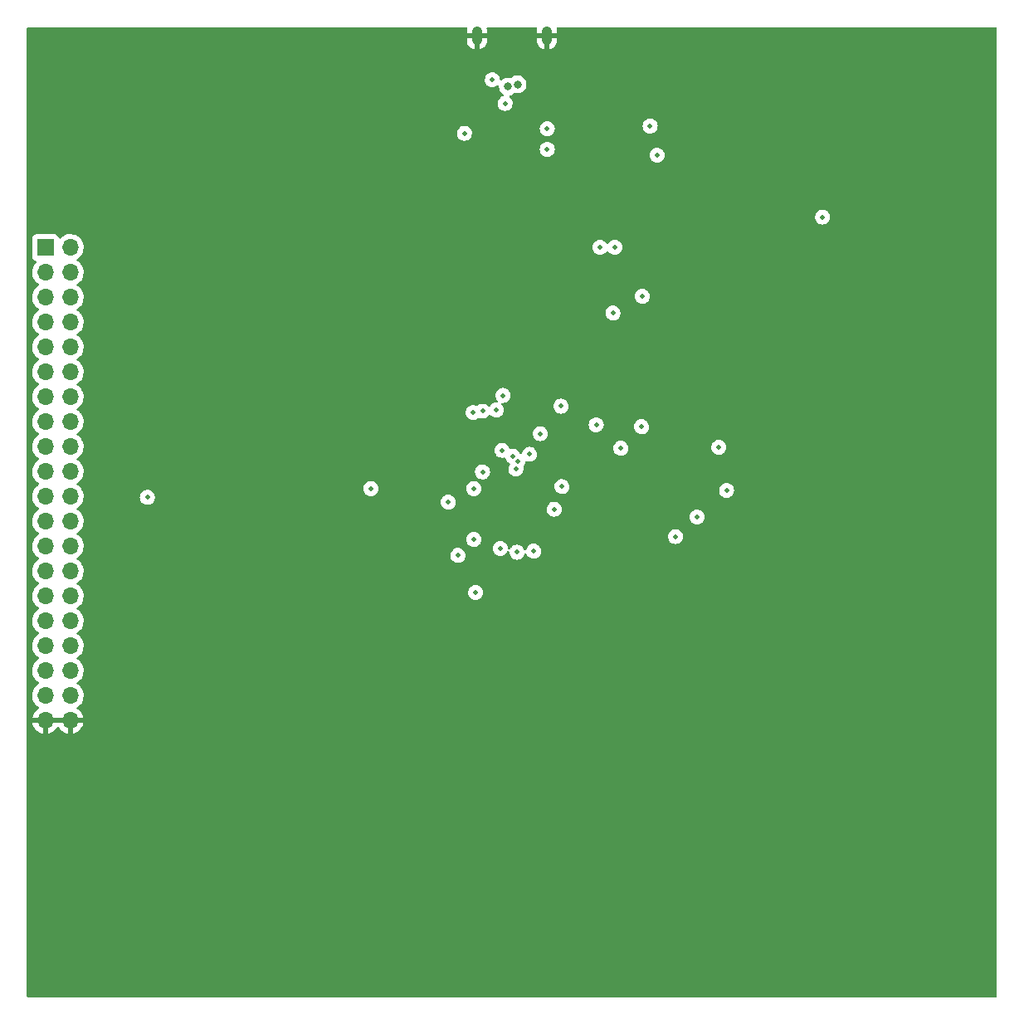
<source format=gbr>
%TF.GenerationSoftware,KiCad,Pcbnew,6.0.11-3.fc37*%
%TF.CreationDate,2023-03-10T11:04:47-06:00*%
%TF.ProjectId,ESP32,45535033-322e-46b6-9963-61645f706362,rev?*%
%TF.SameCoordinates,Original*%
%TF.FileFunction,Copper,L2,Inr*%
%TF.FilePolarity,Positive*%
%FSLAX46Y46*%
G04 Gerber Fmt 4.6, Leading zero omitted, Abs format (unit mm)*
G04 Created by KiCad (PCBNEW 6.0.11-3.fc37) date 2023-03-10 11:04:47*
%MOMM*%
%LPD*%
G01*
G04 APERTURE LIST*
%TA.AperFunction,ComponentPad*%
%ADD10R,1.700000X1.700000*%
%TD*%
%TA.AperFunction,ComponentPad*%
%ADD11O,1.700000X1.700000*%
%TD*%
%TA.AperFunction,ComponentPad*%
%ADD12O,1.050000X1.900000*%
%TD*%
%TA.AperFunction,ViaPad*%
%ADD13C,0.510000*%
%TD*%
%TA.AperFunction,ViaPad*%
%ADD14C,0.800000*%
%TD*%
G04 APERTURE END LIST*
D10*
%TO.N,+3V3*%
%TO.C,J1*%
X22400000Y-43000000D03*
D11*
X24940000Y-43000000D03*
%TO.N,/IO2*%
X22400000Y-45540000D03*
X24940000Y-45540000D03*
%TO.N,/IO4*%
X22400000Y-48080000D03*
X24940000Y-48080000D03*
%TO.N,/IO5*%
X22400000Y-50620000D03*
X24940000Y-50620000D03*
%TO.N,/IO18*%
X22400000Y-53160000D03*
X24940000Y-53160000D03*
%TO.N,/IO19*%
X22400000Y-55700000D03*
X24940000Y-55700000D03*
%TO.N,/IO21*%
X22400000Y-58240000D03*
X24940000Y-58240000D03*
%TO.N,/IO22*%
X22400000Y-60780000D03*
X24940000Y-60780000D03*
%TO.N,/IO23*%
X22400000Y-63320000D03*
X24940000Y-63320000D03*
%TO.N,/IO25*%
X22400000Y-65860000D03*
X24940000Y-65860000D03*
%TO.N,/IO26*%
X22400000Y-68400000D03*
X24940000Y-68400000D03*
%TO.N,/IO27*%
X22400000Y-70940000D03*
X24940000Y-70940000D03*
%TO.N,/IO14*%
X22400000Y-73480000D03*
X24940000Y-73480000D03*
%TO.N,/IO12*%
X22400000Y-76020000D03*
X24940000Y-76020000D03*
%TO.N,/IO13*%
X22400000Y-78560000D03*
X24940000Y-78560000D03*
%TO.N,/IO15*%
X22400000Y-81100000D03*
X24940000Y-81100000D03*
%TO.N,unconnected-(J1-Pad33)*%
X22400000Y-83640000D03*
%TO.N,unconnected-(J1-Pad34)*%
X24940000Y-83640000D03*
%TO.N,unconnected-(J1-Pad35)*%
X22400000Y-86180000D03*
%TO.N,unconnected-(J1-Pad36)*%
X24940000Y-86180000D03*
%TO.N,unconnected-(J1-Pad37)*%
X22400000Y-88720000D03*
%TO.N,unconnected-(J1-Pad38)*%
X24940000Y-88720000D03*
%TO.N,GND*%
X22400000Y-91260000D03*
X24940000Y-91260000D03*
%TD*%
D12*
%TO.N,GND*%
%TO.C,J2*%
X73575000Y-21400000D03*
X66425000Y-21400000D03*
%TD*%
D13*
%TO.N,+3V3*%
X66300000Y-78200000D03*
X74300000Y-69700000D03*
X67000000Y-65900000D03*
X72900000Y-62000000D03*
X83300000Y-48000000D03*
X65150000Y-31350000D03*
X91100000Y-63400000D03*
X68800000Y-73700000D03*
X69300000Y-28300000D03*
%TO.N,GND*%
X76600000Y-49900000D03*
X61800000Y-69200000D03*
X78900000Y-72000000D03*
X71500000Y-28100000D03*
X58900000Y-63900000D03*
X66600000Y-62000000D03*
X87100000Y-53700000D03*
D14*
X53900000Y-24200000D03*
D13*
X88300000Y-52100000D03*
X61500000Y-62100000D03*
X70100000Y-70000000D03*
X81400000Y-69900000D03*
X59500000Y-69700000D03*
X64500000Y-80800000D03*
X89100000Y-50100000D03*
%TO.N,VDD_SDIO*%
X83200000Y-61300000D03*
%TO.N,Net-(U2-Pad1)*%
X64475000Y-74425000D03*
X63500000Y-69000000D03*
X66100000Y-72800000D03*
%TO.N,/EN*%
X70500000Y-74100000D03*
X75100000Y-67400000D03*
%TO.N,/IO2*%
X101700000Y-39900000D03*
%TO.N,/IO4*%
X81100000Y-63500000D03*
%TO.N,/IO5*%
X69100000Y-58100000D03*
%TO.N,/IO18*%
X68400000Y-59600000D03*
%TO.N,/IO19*%
X66050000Y-59850000D03*
%TO.N,/IO22*%
X66100000Y-67600000D03*
X55600000Y-67600000D03*
%TO.N,/IO23*%
X67000000Y-59700000D03*
%TO.N,/IO25*%
X72200000Y-74000000D03*
%TO.N,/IO26*%
X32800000Y-68500000D03*
%TO.N,/IO27*%
X86700000Y-72500000D03*
%TO.N,/IO12*%
X88900000Y-70500000D03*
%TO.N,/IO15*%
X91900000Y-67800000D03*
%TO.N,VBUS*%
X68000000Y-25900000D03*
D14*
%TO.N,Net-(J2-Pad2)*%
X69600000Y-26600000D03*
%TO.N,Net-(J2-Pad3)*%
X70569659Y-26357585D03*
D13*
%TO.N,/RTS*%
X84800000Y-33600000D03*
X73600000Y-33000000D03*
%TO.N,/DTR*%
X84100000Y-30600000D03*
X73600000Y-30900000D03*
%TO.N,/FLASH_CS*%
X80300000Y-49700000D03*
X70400000Y-65600000D03*
%TO.N,/FLASH_IO3*%
X78600000Y-61100000D03*
X70600000Y-64800000D03*
%TO.N,/FLASH_CLK*%
X71800000Y-64100000D03*
X70100000Y-64300000D03*
%TO.N,/FLASH_IO0*%
X75000000Y-59200000D03*
X69000000Y-63700000D03*
%TO.N,/TXD*%
X79000000Y-43000000D03*
X80500000Y-43000000D03*
%TD*%
%TA.AperFunction,Conductor*%
%TO.N,GND*%
G36*
X65385172Y-20528502D02*
G01*
X65431665Y-20582158D01*
X65441769Y-20652432D01*
X65437153Y-20672599D01*
X65411547Y-20753318D01*
X65408998Y-20765309D01*
X65392393Y-20913350D01*
X65392000Y-20920374D01*
X65392000Y-21127885D01*
X65396475Y-21143124D01*
X65397865Y-21144329D01*
X65405548Y-21146000D01*
X67439885Y-21146000D01*
X67455124Y-21141525D01*
X67456329Y-21140135D01*
X67458000Y-21132452D01*
X67458000Y-20927110D01*
X67457700Y-20920965D01*
X67443830Y-20779519D01*
X67441446Y-20767478D01*
X67412293Y-20670917D01*
X67411752Y-20599923D01*
X67449680Y-20539906D01*
X67514035Y-20509923D01*
X67532915Y-20508500D01*
X72467051Y-20508500D01*
X72535172Y-20528502D01*
X72581665Y-20582158D01*
X72591769Y-20652432D01*
X72587153Y-20672599D01*
X72561547Y-20753318D01*
X72558998Y-20765309D01*
X72542393Y-20913350D01*
X72542000Y-20920374D01*
X72542000Y-21127885D01*
X72546475Y-21143124D01*
X72547865Y-21144329D01*
X72555548Y-21146000D01*
X74589885Y-21146000D01*
X74605124Y-21141525D01*
X74606329Y-21140135D01*
X74608000Y-21132452D01*
X74608000Y-20927110D01*
X74607700Y-20920965D01*
X74593830Y-20779519D01*
X74591446Y-20767478D01*
X74562293Y-20670917D01*
X74561752Y-20599923D01*
X74599680Y-20539906D01*
X74664035Y-20509923D01*
X74682915Y-20508500D01*
X119365500Y-20508500D01*
X119433621Y-20528502D01*
X119480114Y-20582158D01*
X119491500Y-20634500D01*
X119491500Y-119365500D01*
X119471498Y-119433621D01*
X119417842Y-119480114D01*
X119365500Y-119491500D01*
X20634500Y-119491500D01*
X20566379Y-119471498D01*
X20519886Y-119417842D01*
X20508500Y-119365500D01*
X20508500Y-91527966D01*
X21068257Y-91527966D01*
X21098565Y-91662446D01*
X21101645Y-91672275D01*
X21181770Y-91869603D01*
X21186413Y-91878794D01*
X21297694Y-92060388D01*
X21303777Y-92068699D01*
X21443213Y-92229667D01*
X21450580Y-92236883D01*
X21614434Y-92372916D01*
X21622881Y-92378831D01*
X21806756Y-92486279D01*
X21816042Y-92490729D01*
X22015001Y-92566703D01*
X22024899Y-92569579D01*
X22128250Y-92590606D01*
X22142299Y-92589410D01*
X22146000Y-92579065D01*
X22146000Y-92578517D01*
X22654000Y-92578517D01*
X22658064Y-92592359D01*
X22671478Y-92594393D01*
X22678184Y-92593534D01*
X22688262Y-92591392D01*
X22892255Y-92530191D01*
X22901842Y-92526433D01*
X23093095Y-92432739D01*
X23101945Y-92427464D01*
X23275328Y-92303792D01*
X23283200Y-92297139D01*
X23434052Y-92146812D01*
X23440730Y-92138965D01*
X23568022Y-91961819D01*
X23569147Y-91962627D01*
X23616669Y-91918876D01*
X23686607Y-91906661D01*
X23752046Y-91934197D01*
X23779870Y-91966028D01*
X23837690Y-92060383D01*
X23843777Y-92068699D01*
X23983213Y-92229667D01*
X23990580Y-92236883D01*
X24154434Y-92372916D01*
X24162881Y-92378831D01*
X24346756Y-92486279D01*
X24356042Y-92490729D01*
X24555001Y-92566703D01*
X24564899Y-92569579D01*
X24668250Y-92590606D01*
X24682299Y-92589410D01*
X24686000Y-92579065D01*
X24686000Y-92578517D01*
X25194000Y-92578517D01*
X25198064Y-92592359D01*
X25211478Y-92594393D01*
X25218184Y-92593534D01*
X25228262Y-92591392D01*
X25432255Y-92530191D01*
X25441842Y-92526433D01*
X25633095Y-92432739D01*
X25641945Y-92427464D01*
X25815328Y-92303792D01*
X25823200Y-92297139D01*
X25974052Y-92146812D01*
X25980730Y-92138965D01*
X26105003Y-91966020D01*
X26110313Y-91957183D01*
X26204670Y-91766267D01*
X26208469Y-91756672D01*
X26270377Y-91552910D01*
X26272555Y-91542837D01*
X26273986Y-91531962D01*
X26271775Y-91517778D01*
X26258617Y-91514000D01*
X25212115Y-91514000D01*
X25196876Y-91518475D01*
X25195671Y-91519865D01*
X25194000Y-91527548D01*
X25194000Y-92578517D01*
X24686000Y-92578517D01*
X24686000Y-91532115D01*
X24681525Y-91516876D01*
X24680135Y-91515671D01*
X24672452Y-91514000D01*
X22672115Y-91514000D01*
X22656876Y-91518475D01*
X22655671Y-91519865D01*
X22654000Y-91527548D01*
X22654000Y-92578517D01*
X22146000Y-92578517D01*
X22146000Y-91532115D01*
X22141525Y-91516876D01*
X22140135Y-91515671D01*
X22132452Y-91514000D01*
X21083225Y-91514000D01*
X21069694Y-91517973D01*
X21068257Y-91527966D01*
X20508500Y-91527966D01*
X20508500Y-88686695D01*
X21037251Y-88686695D01*
X21037548Y-88691848D01*
X21037548Y-88691851D01*
X21043011Y-88786590D01*
X21050110Y-88909715D01*
X21051247Y-88914761D01*
X21051248Y-88914767D01*
X21071119Y-89002939D01*
X21099222Y-89127639D01*
X21183266Y-89334616D01*
X21234019Y-89417438D01*
X21297291Y-89520688D01*
X21299987Y-89525088D01*
X21446250Y-89693938D01*
X21618126Y-89836632D01*
X21691955Y-89879774D01*
X21740679Y-89931412D01*
X21753750Y-90001195D01*
X21727019Y-90066967D01*
X21686562Y-90100327D01*
X21678457Y-90104546D01*
X21669738Y-90110036D01*
X21499433Y-90237905D01*
X21491726Y-90244748D01*
X21344590Y-90398717D01*
X21338104Y-90406727D01*
X21218098Y-90582649D01*
X21213000Y-90591623D01*
X21123338Y-90784783D01*
X21119775Y-90794470D01*
X21064389Y-90994183D01*
X21065912Y-91002607D01*
X21078292Y-91006000D01*
X26258344Y-91006000D01*
X26271875Y-91002027D01*
X26273180Y-90992947D01*
X26231214Y-90825875D01*
X26227894Y-90816124D01*
X26142972Y-90620814D01*
X26138105Y-90611739D01*
X26022426Y-90432926D01*
X26016136Y-90424757D01*
X25872806Y-90267240D01*
X25865273Y-90260215D01*
X25698139Y-90128222D01*
X25689556Y-90122520D01*
X25652602Y-90102120D01*
X25602631Y-90051687D01*
X25587859Y-89982245D01*
X25612975Y-89915839D01*
X25640327Y-89889232D01*
X25663797Y-89872491D01*
X25819860Y-89761173D01*
X25978096Y-89603489D01*
X26037594Y-89520689D01*
X26105435Y-89426277D01*
X26108453Y-89422077D01*
X26129320Y-89379857D01*
X26205136Y-89226453D01*
X26205137Y-89226451D01*
X26207430Y-89221811D01*
X26272370Y-89008069D01*
X26301529Y-88786590D01*
X26303156Y-88720000D01*
X26284852Y-88497361D01*
X26230431Y-88280702D01*
X26141354Y-88075840D01*
X26020014Y-87888277D01*
X25869670Y-87723051D01*
X25865619Y-87719852D01*
X25865615Y-87719848D01*
X25698414Y-87587800D01*
X25698410Y-87587798D01*
X25694359Y-87584598D01*
X25653053Y-87561796D01*
X25603084Y-87511364D01*
X25588312Y-87441921D01*
X25613428Y-87375516D01*
X25640780Y-87348909D01*
X25684603Y-87317650D01*
X25819860Y-87221173D01*
X25978096Y-87063489D01*
X26037594Y-86980689D01*
X26105435Y-86886277D01*
X26108453Y-86882077D01*
X26129320Y-86839857D01*
X26205136Y-86686453D01*
X26205137Y-86686451D01*
X26207430Y-86681811D01*
X26272370Y-86468069D01*
X26301529Y-86246590D01*
X26303156Y-86180000D01*
X26284852Y-85957361D01*
X26230431Y-85740702D01*
X26141354Y-85535840D01*
X26020014Y-85348277D01*
X25869670Y-85183051D01*
X25865619Y-85179852D01*
X25865615Y-85179848D01*
X25698414Y-85047800D01*
X25698410Y-85047798D01*
X25694359Y-85044598D01*
X25653053Y-85021796D01*
X25603084Y-84971364D01*
X25588312Y-84901921D01*
X25613428Y-84835516D01*
X25640780Y-84808909D01*
X25684603Y-84777650D01*
X25819860Y-84681173D01*
X25978096Y-84523489D01*
X26037594Y-84440689D01*
X26105435Y-84346277D01*
X26108453Y-84342077D01*
X26129320Y-84299857D01*
X26205136Y-84146453D01*
X26205137Y-84146451D01*
X26207430Y-84141811D01*
X26272370Y-83928069D01*
X26301529Y-83706590D01*
X26303156Y-83640000D01*
X26284852Y-83417361D01*
X26230431Y-83200702D01*
X26141354Y-82995840D01*
X26020014Y-82808277D01*
X25869670Y-82643051D01*
X25865619Y-82639852D01*
X25865615Y-82639848D01*
X25698414Y-82507800D01*
X25698410Y-82507798D01*
X25694359Y-82504598D01*
X25653053Y-82481796D01*
X25603084Y-82431364D01*
X25588312Y-82361921D01*
X25613428Y-82295516D01*
X25640780Y-82268909D01*
X25684603Y-82237650D01*
X25819860Y-82141173D01*
X25978096Y-81983489D01*
X26037594Y-81900689D01*
X26105435Y-81806277D01*
X26108453Y-81802077D01*
X26129320Y-81759857D01*
X26205136Y-81606453D01*
X26205137Y-81606451D01*
X26207430Y-81601811D01*
X26272370Y-81388069D01*
X26301529Y-81166590D01*
X26303156Y-81100000D01*
X26284852Y-80877361D01*
X26230431Y-80660702D01*
X26141354Y-80455840D01*
X26020014Y-80268277D01*
X25869670Y-80103051D01*
X25865619Y-80099852D01*
X25865615Y-80099848D01*
X25698414Y-79967800D01*
X25698410Y-79967798D01*
X25694359Y-79964598D01*
X25653053Y-79941796D01*
X25603084Y-79891364D01*
X25588312Y-79821921D01*
X25613428Y-79755516D01*
X25640780Y-79728909D01*
X25684603Y-79697650D01*
X25819860Y-79601173D01*
X25978096Y-79443489D01*
X26037594Y-79360689D01*
X26105435Y-79266277D01*
X26108453Y-79262077D01*
X26129320Y-79219857D01*
X26205136Y-79066453D01*
X26205137Y-79066451D01*
X26207430Y-79061811D01*
X26256020Y-78901883D01*
X26270865Y-78853023D01*
X26270865Y-78853021D01*
X26272370Y-78848069D01*
X26301529Y-78626590D01*
X26303156Y-78560000D01*
X26284852Y-78337361D01*
X26247655Y-78189272D01*
X65531744Y-78189272D01*
X65548459Y-78359745D01*
X65602526Y-78522278D01*
X65691259Y-78668793D01*
X65810247Y-78792009D01*
X65953577Y-78885801D01*
X66114124Y-78945508D01*
X66121105Y-78946439D01*
X66121107Y-78946440D01*
X66276928Y-78967231D01*
X66276932Y-78967231D01*
X66283909Y-78968162D01*
X66290920Y-78967524D01*
X66290924Y-78967524D01*
X66447473Y-78953277D01*
X66447474Y-78953277D01*
X66454494Y-78952638D01*
X66483993Y-78943053D01*
X66610702Y-78901883D01*
X66610705Y-78901882D01*
X66617401Y-78899706D01*
X66640727Y-78885801D01*
X66758480Y-78815607D01*
X66758482Y-78815606D01*
X66764532Y-78811999D01*
X66888576Y-78693874D01*
X66975286Y-78563365D01*
X66979465Y-78557075D01*
X66979466Y-78557073D01*
X66983366Y-78551203D01*
X67044192Y-78391076D01*
X67068031Y-78221453D01*
X67068331Y-78200000D01*
X67049237Y-78029777D01*
X67043295Y-78012714D01*
X66995221Y-77874662D01*
X66995220Y-77874660D01*
X66992906Y-77868015D01*
X66902136Y-77722753D01*
X66881665Y-77702138D01*
X66786402Y-77606208D01*
X66781439Y-77601210D01*
X66716049Y-77559712D01*
X66642757Y-77513200D01*
X66642754Y-77513198D01*
X66636814Y-77509429D01*
X66617420Y-77502523D01*
X66482083Y-77454331D01*
X66482081Y-77454330D01*
X66475449Y-77451969D01*
X66468463Y-77451136D01*
X66468459Y-77451135D01*
X66348217Y-77436798D01*
X66305364Y-77431688D01*
X66298361Y-77432424D01*
X66298360Y-77432424D01*
X66256591Y-77436814D01*
X66135012Y-77449592D01*
X66128344Y-77451862D01*
X65979528Y-77502523D01*
X65979525Y-77502524D01*
X65972861Y-77504793D01*
X65826968Y-77594547D01*
X65821937Y-77599473D01*
X65821934Y-77599476D01*
X65815060Y-77606208D01*
X65704586Y-77714392D01*
X65611797Y-77858373D01*
X65609388Y-77864993D01*
X65609387Y-77864994D01*
X65589152Y-77920590D01*
X65553212Y-78019333D01*
X65531744Y-78189272D01*
X26247655Y-78189272D01*
X26230431Y-78120702D01*
X26141354Y-77915840D01*
X26020014Y-77728277D01*
X25869670Y-77563051D01*
X25865619Y-77559852D01*
X25865615Y-77559848D01*
X25698414Y-77427800D01*
X25698410Y-77427798D01*
X25694359Y-77424598D01*
X25653053Y-77401796D01*
X25603084Y-77351364D01*
X25588312Y-77281921D01*
X25613428Y-77215516D01*
X25640780Y-77188909D01*
X25684603Y-77157650D01*
X25819860Y-77061173D01*
X25978096Y-76903489D01*
X26037594Y-76820689D01*
X26105435Y-76726277D01*
X26108453Y-76722077D01*
X26129320Y-76679857D01*
X26205136Y-76526453D01*
X26205137Y-76526451D01*
X26207430Y-76521811D01*
X26272370Y-76308069D01*
X26301529Y-76086590D01*
X26303156Y-76020000D01*
X26284852Y-75797361D01*
X26230431Y-75580702D01*
X26141354Y-75375840D01*
X26101906Y-75314862D01*
X26022822Y-75192617D01*
X26022820Y-75192614D01*
X26020014Y-75188277D01*
X25869670Y-75023051D01*
X25865619Y-75019852D01*
X25865615Y-75019848D01*
X25698414Y-74887800D01*
X25698410Y-74887798D01*
X25694359Y-74884598D01*
X25653053Y-74861796D01*
X25603084Y-74811364D01*
X25588312Y-74741921D01*
X25613428Y-74675516D01*
X25640780Y-74648909D01*
X25699337Y-74607141D01*
X25819860Y-74521173D01*
X25878468Y-74462770D01*
X25927136Y-74414272D01*
X63706744Y-74414272D01*
X63723459Y-74584745D01*
X63777526Y-74747278D01*
X63802344Y-74788257D01*
X63845810Y-74860027D01*
X63866259Y-74893793D01*
X63985247Y-75017009D01*
X64128577Y-75110801D01*
X64289124Y-75170508D01*
X64296105Y-75171439D01*
X64296107Y-75171440D01*
X64451928Y-75192231D01*
X64451932Y-75192231D01*
X64458909Y-75193162D01*
X64465920Y-75192524D01*
X64465924Y-75192524D01*
X64622473Y-75178277D01*
X64622474Y-75178277D01*
X64629494Y-75177638D01*
X64688699Y-75158401D01*
X64785702Y-75126883D01*
X64785705Y-75126882D01*
X64792401Y-75124706D01*
X64815727Y-75110801D01*
X64933480Y-75040607D01*
X64933482Y-75040606D01*
X64939532Y-75036999D01*
X65063576Y-74918874D01*
X65145147Y-74796099D01*
X65154465Y-74782075D01*
X65154466Y-74782073D01*
X65158366Y-74776203D01*
X65219192Y-74616076D01*
X65229591Y-74542086D01*
X65242482Y-74450362D01*
X65242482Y-74450356D01*
X65243031Y-74446453D01*
X65243331Y-74425000D01*
X65224237Y-74254777D01*
X65202054Y-74191076D01*
X65170221Y-74099662D01*
X65170220Y-74099660D01*
X65167906Y-74093015D01*
X65077136Y-73947753D01*
X65039119Y-73909469D01*
X64996382Y-73866433D01*
X64956439Y-73826210D01*
X64840216Y-73752453D01*
X64817757Y-73738200D01*
X64817754Y-73738198D01*
X64811814Y-73734429D01*
X64792420Y-73727523D01*
X64685000Y-73689272D01*
X68031744Y-73689272D01*
X68048459Y-73859745D01*
X68102526Y-74022278D01*
X68145366Y-74093015D01*
X68173735Y-74139857D01*
X68191259Y-74168793D01*
X68196150Y-74173858D01*
X68196151Y-74173859D01*
X68220172Y-74198733D01*
X68310247Y-74292009D01*
X68453577Y-74385801D01*
X68614124Y-74445508D01*
X68621105Y-74446439D01*
X68621107Y-74446440D01*
X68776928Y-74467231D01*
X68776932Y-74467231D01*
X68783909Y-74468162D01*
X68790920Y-74467524D01*
X68790924Y-74467524D01*
X68947473Y-74453277D01*
X68947474Y-74453277D01*
X68954494Y-74452638D01*
X69047932Y-74422278D01*
X69110702Y-74401883D01*
X69110705Y-74401882D01*
X69117401Y-74399706D01*
X69140727Y-74385801D01*
X69258480Y-74315607D01*
X69258482Y-74315606D01*
X69264532Y-74311999D01*
X69388576Y-74193874D01*
X69455586Y-74093015D01*
X69479465Y-74057075D01*
X69479466Y-74057073D01*
X69483366Y-74051203D01*
X69488838Y-74036799D01*
X69531724Y-73980222D01*
X69598393Y-73955812D01*
X69667675Y-73971321D01*
X69717574Y-74021824D01*
X69732537Y-74082994D01*
X69731744Y-74089272D01*
X69748459Y-74259745D01*
X69802526Y-74422278D01*
X69891259Y-74568793D01*
X69896150Y-74573858D01*
X69896151Y-74573859D01*
X69943280Y-74622662D01*
X70010247Y-74692009D01*
X70153577Y-74785801D01*
X70314124Y-74845508D01*
X70321105Y-74846439D01*
X70321107Y-74846440D01*
X70476928Y-74867231D01*
X70476932Y-74867231D01*
X70483909Y-74868162D01*
X70490920Y-74867524D01*
X70490924Y-74867524D01*
X70647473Y-74853277D01*
X70647474Y-74853277D01*
X70654494Y-74852638D01*
X70781522Y-74811364D01*
X70810702Y-74801883D01*
X70810705Y-74801882D01*
X70817401Y-74799706D01*
X70846978Y-74782075D01*
X70958480Y-74715607D01*
X70958482Y-74715606D01*
X70964532Y-74711999D01*
X71088576Y-74593874D01*
X71158916Y-74488003D01*
X71179465Y-74457075D01*
X71179466Y-74457073D01*
X71183366Y-74451203D01*
X71244192Y-74291076D01*
X71245172Y-74284102D01*
X71245281Y-74283678D01*
X71281597Y-74222672D01*
X71345130Y-74190985D01*
X71415709Y-74198676D01*
X71470925Y-74243304D01*
X71486880Y-74275244D01*
X71502526Y-74322278D01*
X71547234Y-74396099D01*
X71580097Y-74450362D01*
X71591259Y-74468793D01*
X71710247Y-74592009D01*
X71853577Y-74685801D01*
X72014124Y-74745508D01*
X72021105Y-74746439D01*
X72021107Y-74746440D01*
X72176928Y-74767231D01*
X72176932Y-74767231D01*
X72183909Y-74768162D01*
X72190920Y-74767524D01*
X72190924Y-74767524D01*
X72347473Y-74753277D01*
X72347474Y-74753277D01*
X72354494Y-74752638D01*
X72391577Y-74740589D01*
X72510702Y-74701883D01*
X72510705Y-74701882D01*
X72517401Y-74699706D01*
X72530313Y-74692009D01*
X72658480Y-74615607D01*
X72658482Y-74615606D01*
X72664532Y-74611999D01*
X72788576Y-74493874D01*
X72853537Y-74396099D01*
X72879465Y-74357075D01*
X72879466Y-74357073D01*
X72883366Y-74351203D01*
X72944192Y-74191076D01*
X72963850Y-74051203D01*
X72967482Y-74025362D01*
X72967482Y-74025356D01*
X72968031Y-74021453D01*
X72968331Y-74000000D01*
X72949237Y-73829777D01*
X72927748Y-73768069D01*
X72895221Y-73674662D01*
X72895220Y-73674660D01*
X72892906Y-73668015D01*
X72802136Y-73522753D01*
X72779250Y-73499706D01*
X72742714Y-73462914D01*
X72681439Y-73401210D01*
X72598942Y-73348856D01*
X72542757Y-73313200D01*
X72542754Y-73313198D01*
X72536814Y-73309429D01*
X72517420Y-73302523D01*
X72382083Y-73254331D01*
X72382081Y-73254330D01*
X72375449Y-73251969D01*
X72368463Y-73251136D01*
X72368459Y-73251135D01*
X72248217Y-73236798D01*
X72205364Y-73231688D01*
X72198361Y-73232424D01*
X72198360Y-73232424D01*
X72156591Y-73236814D01*
X72035012Y-73249592D01*
X72024187Y-73253277D01*
X71879528Y-73302523D01*
X71879525Y-73302524D01*
X71872861Y-73304793D01*
X71726968Y-73394547D01*
X71721937Y-73399473D01*
X71721934Y-73399476D01*
X71707920Y-73413200D01*
X71604586Y-73514392D01*
X71511797Y-73658373D01*
X71509388Y-73664993D01*
X71509387Y-73664994D01*
X71504169Y-73679331D01*
X71453212Y-73819333D01*
X71452790Y-73819179D01*
X71419514Y-73876898D01*
X71356429Y-73909469D01*
X71285750Y-73902764D01*
X71229916Y-73858912D01*
X71213515Y-73827197D01*
X71212568Y-73824476D01*
X71208470Y-73812710D01*
X71195222Y-73774664D01*
X71195220Y-73774659D01*
X71192906Y-73768015D01*
X71174276Y-73738200D01*
X71105869Y-73628727D01*
X71102136Y-73622753D01*
X70981439Y-73501210D01*
X70903661Y-73451851D01*
X70842757Y-73413200D01*
X70842754Y-73413198D01*
X70836814Y-73409429D01*
X70830181Y-73407067D01*
X70682083Y-73354331D01*
X70682081Y-73354330D01*
X70675449Y-73351969D01*
X70668463Y-73351136D01*
X70668459Y-73351135D01*
X70548217Y-73336798D01*
X70505364Y-73331688D01*
X70498361Y-73332424D01*
X70498360Y-73332424D01*
X70456591Y-73336814D01*
X70335012Y-73349592D01*
X70328344Y-73351862D01*
X70179528Y-73402523D01*
X70179525Y-73402524D01*
X70172861Y-73404793D01*
X70026968Y-73494547D01*
X70021937Y-73499473D01*
X70021934Y-73499476D01*
X69998165Y-73522753D01*
X69904586Y-73614392D01*
X69868933Y-73669715D01*
X69824798Y-73738200D01*
X69811797Y-73758373D01*
X69809388Y-73764991D01*
X69807011Y-73769780D01*
X69758806Y-73821903D01*
X69690073Y-73839690D01*
X69622636Y-73817494D01*
X69577903Y-73762362D01*
X69568163Y-73711991D01*
X69568276Y-73703959D01*
X69568276Y-73703953D01*
X69568331Y-73700000D01*
X69549237Y-73529777D01*
X69542163Y-73509463D01*
X69495221Y-73374662D01*
X69495220Y-73374660D01*
X69492906Y-73368015D01*
X69482813Y-73351862D01*
X69405869Y-73228727D01*
X69402136Y-73222753D01*
X69379250Y-73199706D01*
X69286402Y-73106208D01*
X69281439Y-73101210D01*
X69178611Y-73035954D01*
X69142757Y-73013200D01*
X69142754Y-73013198D01*
X69136814Y-73009429D01*
X69117420Y-73002523D01*
X68982083Y-72954331D01*
X68982081Y-72954330D01*
X68975449Y-72951969D01*
X68968463Y-72951136D01*
X68968459Y-72951135D01*
X68848217Y-72936798D01*
X68805364Y-72931688D01*
X68798361Y-72932424D01*
X68798360Y-72932424D01*
X68756591Y-72936814D01*
X68635012Y-72949592D01*
X68622159Y-72953967D01*
X68479528Y-73002523D01*
X68479525Y-73002524D01*
X68472861Y-73004793D01*
X68326968Y-73094547D01*
X68321937Y-73099473D01*
X68321934Y-73099476D01*
X68305462Y-73115607D01*
X68204586Y-73214392D01*
X68111797Y-73358373D01*
X68109388Y-73364993D01*
X68109387Y-73364994D01*
X68060439Y-73499476D01*
X68053212Y-73519333D01*
X68052329Y-73526321D01*
X68052329Y-73526322D01*
X68050192Y-73543240D01*
X68031744Y-73689272D01*
X64685000Y-73689272D01*
X64657083Y-73679331D01*
X64657081Y-73679330D01*
X64650449Y-73676969D01*
X64643463Y-73676136D01*
X64643459Y-73676135D01*
X64523217Y-73661798D01*
X64480364Y-73656688D01*
X64473361Y-73657424D01*
X64473360Y-73657424D01*
X64431591Y-73661814D01*
X64310012Y-73674592D01*
X64303344Y-73676862D01*
X64154528Y-73727523D01*
X64154525Y-73727524D01*
X64147861Y-73729793D01*
X64001968Y-73819547D01*
X63996937Y-73824473D01*
X63996934Y-73824476D01*
X63960919Y-73859745D01*
X63879586Y-73939392D01*
X63786797Y-74083373D01*
X63784388Y-74089993D01*
X63784387Y-74089994D01*
X63747629Y-74190985D01*
X63728212Y-74244333D01*
X63706744Y-74414272D01*
X25927136Y-74414272D01*
X25934154Y-74407278D01*
X25978096Y-74363489D01*
X26012516Y-74315589D01*
X26105435Y-74186277D01*
X26108453Y-74182077D01*
X26115019Y-74168793D01*
X26205136Y-73986453D01*
X26205137Y-73986451D01*
X26207430Y-73981811D01*
X26250610Y-73839690D01*
X26270865Y-73773023D01*
X26270865Y-73773021D01*
X26272370Y-73768069D01*
X26301529Y-73546590D01*
X26301611Y-73543240D01*
X26303074Y-73483365D01*
X26303074Y-73483361D01*
X26303156Y-73480000D01*
X26284852Y-73257361D01*
X26230431Y-73040702D01*
X26141354Y-72835840D01*
X26111228Y-72789272D01*
X65331744Y-72789272D01*
X65348459Y-72959745D01*
X65402526Y-73122278D01*
X65447234Y-73196099D01*
X65484336Y-73257361D01*
X65491259Y-73268793D01*
X65496150Y-73273858D01*
X65496151Y-73273859D01*
X65526024Y-73304793D01*
X65610247Y-73392009D01*
X65753577Y-73485801D01*
X65914124Y-73545508D01*
X65921105Y-73546439D01*
X65921107Y-73546440D01*
X66076928Y-73567231D01*
X66076932Y-73567231D01*
X66083909Y-73568162D01*
X66090920Y-73567524D01*
X66090924Y-73567524D01*
X66247473Y-73553277D01*
X66247474Y-73553277D01*
X66254494Y-73552638D01*
X66345313Y-73523129D01*
X66410702Y-73501883D01*
X66410705Y-73501882D01*
X66417401Y-73499706D01*
X66423452Y-73496099D01*
X66558480Y-73415607D01*
X66558482Y-73415606D01*
X66564532Y-73411999D01*
X66688576Y-73293874D01*
X66753537Y-73196099D01*
X66779465Y-73157075D01*
X66779466Y-73157073D01*
X66783366Y-73151203D01*
X66844192Y-72991076D01*
X66864776Y-72844613D01*
X66867482Y-72825362D01*
X66867482Y-72825356D01*
X66868031Y-72821453D01*
X66868331Y-72800000D01*
X66849237Y-72629777D01*
X66845600Y-72619333D01*
X66800309Y-72489272D01*
X85931744Y-72489272D01*
X85948459Y-72659745D01*
X86002526Y-72822278D01*
X86016053Y-72844613D01*
X86079185Y-72948856D01*
X86091259Y-72968793D01*
X86096150Y-72973858D01*
X86096151Y-72973859D01*
X86125847Y-73004610D01*
X86210247Y-73092009D01*
X86353577Y-73185801D01*
X86514124Y-73245508D01*
X86521105Y-73246439D01*
X86521107Y-73246440D01*
X86676928Y-73267231D01*
X86676932Y-73267231D01*
X86683909Y-73268162D01*
X86690920Y-73267524D01*
X86690924Y-73267524D01*
X86847473Y-73253277D01*
X86847474Y-73253277D01*
X86854494Y-73252638D01*
X86883993Y-73243053D01*
X87010702Y-73201883D01*
X87010705Y-73201882D01*
X87017401Y-73199706D01*
X87040727Y-73185801D01*
X87158480Y-73115607D01*
X87158482Y-73115606D01*
X87164532Y-73111999D01*
X87288576Y-72993874D01*
X87383366Y-72851203D01*
X87444192Y-72691076D01*
X87468031Y-72521453D01*
X87468331Y-72500000D01*
X87449237Y-72329777D01*
X87412178Y-72223357D01*
X87395221Y-72174662D01*
X87395220Y-72174660D01*
X87392906Y-72168015D01*
X87302136Y-72022753D01*
X87181439Y-71901210D01*
X87064718Y-71827137D01*
X87042757Y-71813200D01*
X87042754Y-71813198D01*
X87036814Y-71809429D01*
X87017420Y-71802523D01*
X86882083Y-71754331D01*
X86882081Y-71754330D01*
X86875449Y-71751969D01*
X86868463Y-71751136D01*
X86868459Y-71751135D01*
X86748217Y-71736798D01*
X86705364Y-71731688D01*
X86698361Y-71732424D01*
X86698360Y-71732424D01*
X86656591Y-71736814D01*
X86535012Y-71749592D01*
X86528344Y-71751862D01*
X86379528Y-71802523D01*
X86379525Y-71802524D01*
X86372861Y-71804793D01*
X86226968Y-71894547D01*
X86221937Y-71899473D01*
X86221934Y-71899476D01*
X86165777Y-71954470D01*
X86104586Y-72014392D01*
X86011797Y-72158373D01*
X86009388Y-72164993D01*
X86009387Y-72164994D01*
X85983311Y-72236638D01*
X85953212Y-72319333D01*
X85931744Y-72489272D01*
X66800309Y-72489272D01*
X66795221Y-72474662D01*
X66795220Y-72474660D01*
X66792906Y-72468015D01*
X66788295Y-72460635D01*
X66705869Y-72328727D01*
X66702136Y-72322753D01*
X66581439Y-72201210D01*
X66477921Y-72135516D01*
X66442757Y-72113200D01*
X66442754Y-72113198D01*
X66436814Y-72109429D01*
X66408863Y-72099476D01*
X66282083Y-72054331D01*
X66282081Y-72054330D01*
X66275449Y-72051969D01*
X66268463Y-72051136D01*
X66268459Y-72051135D01*
X66148217Y-72036798D01*
X66105364Y-72031688D01*
X66098361Y-72032424D01*
X66098360Y-72032424D01*
X66056591Y-72036814D01*
X65935012Y-72049592D01*
X65928344Y-72051862D01*
X65779528Y-72102523D01*
X65779525Y-72102524D01*
X65772861Y-72104793D01*
X65626968Y-72194547D01*
X65621937Y-72199473D01*
X65621934Y-72199476D01*
X65600060Y-72220897D01*
X65504586Y-72314392D01*
X65411797Y-72458373D01*
X65409388Y-72464993D01*
X65409387Y-72464994D01*
X65387415Y-72525362D01*
X65353212Y-72619333D01*
X65331744Y-72789272D01*
X26111228Y-72789272D01*
X26027433Y-72659745D01*
X26022822Y-72652617D01*
X26022820Y-72652614D01*
X26020014Y-72648277D01*
X25869670Y-72483051D01*
X25865619Y-72479852D01*
X25865615Y-72479848D01*
X25698414Y-72347800D01*
X25698410Y-72347798D01*
X25694359Y-72344598D01*
X25653053Y-72321796D01*
X25603084Y-72271364D01*
X25588312Y-72201921D01*
X25613428Y-72135516D01*
X25640780Y-72108909D01*
X25684603Y-72077650D01*
X25819860Y-71981173D01*
X25978096Y-71823489D01*
X25985490Y-71813200D01*
X26105435Y-71646277D01*
X26108453Y-71642077D01*
X26129320Y-71599857D01*
X26205136Y-71446453D01*
X26205137Y-71446451D01*
X26207430Y-71441811D01*
X26265567Y-71250460D01*
X26270865Y-71233023D01*
X26270865Y-71233021D01*
X26272370Y-71228069D01*
X26301529Y-71006590D01*
X26302329Y-70973859D01*
X26303074Y-70943365D01*
X26303074Y-70943361D01*
X26303156Y-70940000D01*
X26284852Y-70717361D01*
X26230431Y-70500702D01*
X26225461Y-70489272D01*
X88131744Y-70489272D01*
X88148459Y-70659745D01*
X88202526Y-70822278D01*
X88291259Y-70968793D01*
X88410247Y-71092009D01*
X88553577Y-71185801D01*
X88714124Y-71245508D01*
X88721105Y-71246439D01*
X88721107Y-71246440D01*
X88876928Y-71267231D01*
X88876932Y-71267231D01*
X88883909Y-71268162D01*
X88890920Y-71267524D01*
X88890924Y-71267524D01*
X89047473Y-71253277D01*
X89047474Y-71253277D01*
X89054494Y-71252638D01*
X89083993Y-71243053D01*
X89210702Y-71201883D01*
X89210705Y-71201882D01*
X89217401Y-71199706D01*
X89240727Y-71185801D01*
X89358480Y-71115607D01*
X89358482Y-71115606D01*
X89364532Y-71111999D01*
X89488576Y-70993874D01*
X89583366Y-70851203D01*
X89644192Y-70691076D01*
X89668031Y-70521453D01*
X89668331Y-70500000D01*
X89649237Y-70329777D01*
X89633512Y-70284621D01*
X89595221Y-70174662D01*
X89595220Y-70174660D01*
X89592906Y-70168015D01*
X89555578Y-70108277D01*
X89505869Y-70028727D01*
X89502136Y-70022753D01*
X89381439Y-69901210D01*
X89305052Y-69852734D01*
X89242757Y-69813200D01*
X89242754Y-69813198D01*
X89236814Y-69809429D01*
X89181162Y-69789612D01*
X89082083Y-69754331D01*
X89082081Y-69754330D01*
X89075449Y-69751969D01*
X89068463Y-69751136D01*
X89068459Y-69751135D01*
X88948217Y-69736798D01*
X88905364Y-69731688D01*
X88898361Y-69732424D01*
X88898360Y-69732424D01*
X88856591Y-69736814D01*
X88735012Y-69749592D01*
X88724187Y-69753277D01*
X88579528Y-69802523D01*
X88579525Y-69802524D01*
X88572861Y-69804793D01*
X88426968Y-69894547D01*
X88421937Y-69899473D01*
X88421934Y-69899476D01*
X88380708Y-69939848D01*
X88304586Y-70014392D01*
X88211797Y-70158373D01*
X88209388Y-70164993D01*
X88209387Y-70164994D01*
X88155881Y-70311999D01*
X88153212Y-70319333D01*
X88131744Y-70489272D01*
X26225461Y-70489272D01*
X26141354Y-70295840D01*
X26071591Y-70188003D01*
X26022822Y-70112617D01*
X26022820Y-70112614D01*
X26020014Y-70108277D01*
X25869670Y-69943051D01*
X25865619Y-69939852D01*
X25865615Y-69939848D01*
X25698414Y-69807800D01*
X25698410Y-69807798D01*
X25694359Y-69804598D01*
X25653053Y-69781796D01*
X25603084Y-69731364D01*
X25588312Y-69661921D01*
X25613428Y-69595516D01*
X25640780Y-69568909D01*
X25710283Y-69519333D01*
X25819860Y-69441173D01*
X25978096Y-69283489D01*
X25989779Y-69267231D01*
X26105435Y-69106277D01*
X26108453Y-69102077D01*
X26129320Y-69059857D01*
X26205136Y-68906453D01*
X26205137Y-68906451D01*
X26207430Y-68901811D01*
X26239900Y-68794940D01*
X26270865Y-68693023D01*
X26270865Y-68693021D01*
X26272370Y-68688069D01*
X26298543Y-68489272D01*
X32031744Y-68489272D01*
X32048459Y-68659745D01*
X32102526Y-68822278D01*
X32107068Y-68829777D01*
X32179185Y-68948856D01*
X32191259Y-68968793D01*
X32196150Y-68973858D01*
X32196151Y-68973859D01*
X32242112Y-69021453D01*
X32310247Y-69092009D01*
X32453577Y-69185801D01*
X32614124Y-69245508D01*
X32621105Y-69246439D01*
X32621107Y-69246440D01*
X32776928Y-69267231D01*
X32776932Y-69267231D01*
X32783909Y-69268162D01*
X32790920Y-69267524D01*
X32790924Y-69267524D01*
X32947473Y-69253277D01*
X32947474Y-69253277D01*
X32954494Y-69252638D01*
X33028084Y-69228727D01*
X33110702Y-69201883D01*
X33110705Y-69201882D01*
X33117401Y-69199706D01*
X33143579Y-69184101D01*
X33258480Y-69115607D01*
X33258482Y-69115606D01*
X33264532Y-69111999D01*
X33388576Y-68993874D01*
X33391634Y-68989272D01*
X62731744Y-68989272D01*
X62748459Y-69159745D01*
X62802526Y-69322278D01*
X62855808Y-69410257D01*
X62874532Y-69441173D01*
X62891259Y-69468793D01*
X62896150Y-69473858D01*
X62896151Y-69473859D01*
X62946814Y-69526322D01*
X63010247Y-69592009D01*
X63153577Y-69685801D01*
X63314124Y-69745508D01*
X63321105Y-69746439D01*
X63321107Y-69746440D01*
X63476928Y-69767231D01*
X63476932Y-69767231D01*
X63483909Y-69768162D01*
X63490920Y-69767524D01*
X63490924Y-69767524D01*
X63647473Y-69753277D01*
X63647474Y-69753277D01*
X63654494Y-69752638D01*
X63683993Y-69743053D01*
X63810702Y-69701883D01*
X63810705Y-69701882D01*
X63817401Y-69699706D01*
X63823512Y-69696063D01*
X63834904Y-69689272D01*
X73531744Y-69689272D01*
X73548459Y-69859745D01*
X73602526Y-70022278D01*
X73652296Y-70104457D01*
X73687172Y-70162044D01*
X73691259Y-70168793D01*
X73696150Y-70173858D01*
X73696151Y-70173859D01*
X73709810Y-70188003D01*
X73810247Y-70292009D01*
X73953577Y-70385801D01*
X74114124Y-70445508D01*
X74121105Y-70446439D01*
X74121107Y-70446440D01*
X74276928Y-70467231D01*
X74276932Y-70467231D01*
X74283909Y-70468162D01*
X74290920Y-70467524D01*
X74290924Y-70467524D01*
X74447473Y-70453277D01*
X74447474Y-70453277D01*
X74454494Y-70452638D01*
X74483993Y-70443053D01*
X74610702Y-70401883D01*
X74610705Y-70401882D01*
X74617401Y-70399706D01*
X74640727Y-70385801D01*
X74758480Y-70315607D01*
X74758482Y-70315606D01*
X74764532Y-70311999D01*
X74888576Y-70193874D01*
X74983366Y-70051203D01*
X75044192Y-69891076D01*
X75059799Y-69780027D01*
X75067482Y-69725362D01*
X75067482Y-69725356D01*
X75068031Y-69721453D01*
X75068331Y-69700000D01*
X75049237Y-69529777D01*
X75045568Y-69519242D01*
X74995221Y-69374662D01*
X74995220Y-69374660D01*
X74992906Y-69368015D01*
X74902136Y-69222753D01*
X74879250Y-69199706D01*
X74786402Y-69106208D01*
X74781439Y-69101210D01*
X74661921Y-69025362D01*
X74642757Y-69013200D01*
X74642754Y-69013198D01*
X74636814Y-69009429D01*
X74610335Y-69000000D01*
X74482083Y-68954331D01*
X74482081Y-68954330D01*
X74475449Y-68951969D01*
X74468463Y-68951136D01*
X74468459Y-68951135D01*
X74348217Y-68936798D01*
X74305364Y-68931688D01*
X74298361Y-68932424D01*
X74298360Y-68932424D01*
X74256591Y-68936814D01*
X74135012Y-68949592D01*
X74128344Y-68951862D01*
X73979528Y-69002523D01*
X73979525Y-69002524D01*
X73972861Y-69004793D01*
X73826968Y-69094547D01*
X73821937Y-69099473D01*
X73821934Y-69099476D01*
X73805462Y-69115607D01*
X73704586Y-69214392D01*
X73611797Y-69358373D01*
X73609388Y-69364993D01*
X73609387Y-69364994D01*
X73607554Y-69370031D01*
X73553212Y-69519333D01*
X73531744Y-69689272D01*
X63834904Y-69689272D01*
X63958480Y-69615607D01*
X63958482Y-69615606D01*
X63964532Y-69611999D01*
X64088576Y-69493874D01*
X64172196Y-69368015D01*
X64179465Y-69357075D01*
X64179466Y-69357073D01*
X64183366Y-69351203D01*
X64244192Y-69191076D01*
X64254591Y-69117086D01*
X64267482Y-69025362D01*
X64267482Y-69025356D01*
X64268031Y-69021453D01*
X64268199Y-69009429D01*
X64268276Y-69003961D01*
X64268276Y-69003955D01*
X64268331Y-69000000D01*
X64249237Y-68829777D01*
X64243295Y-68812714D01*
X64195221Y-68674662D01*
X64195220Y-68674660D01*
X64192906Y-68668015D01*
X64147136Y-68594767D01*
X64105869Y-68528727D01*
X64102136Y-68522753D01*
X64079542Y-68500000D01*
X63986402Y-68406208D01*
X63981439Y-68401210D01*
X63893666Y-68345508D01*
X63842757Y-68313200D01*
X63842754Y-68313198D01*
X63836814Y-68309429D01*
X63809509Y-68299706D01*
X63682083Y-68254331D01*
X63682081Y-68254330D01*
X63675449Y-68251969D01*
X63668463Y-68251136D01*
X63668459Y-68251135D01*
X63548217Y-68236798D01*
X63505364Y-68231688D01*
X63498361Y-68232424D01*
X63498360Y-68232424D01*
X63456591Y-68236814D01*
X63335012Y-68249592D01*
X63328344Y-68251862D01*
X63179528Y-68302523D01*
X63179525Y-68302524D01*
X63172861Y-68304793D01*
X63026968Y-68394547D01*
X63021937Y-68399473D01*
X63021934Y-68399476D01*
X63005462Y-68415607D01*
X62904586Y-68514392D01*
X62811797Y-68658373D01*
X62809388Y-68664993D01*
X62809387Y-68664994D01*
X62805868Y-68674662D01*
X62753212Y-68819333D01*
X62731744Y-68989272D01*
X33391634Y-68989272D01*
X33483366Y-68851203D01*
X33544192Y-68691076D01*
X33559164Y-68584547D01*
X33567482Y-68525362D01*
X33567482Y-68525356D01*
X33568031Y-68521453D01*
X33568331Y-68500000D01*
X33549237Y-68329777D01*
X33538765Y-68299706D01*
X33495221Y-68174662D01*
X33495220Y-68174660D01*
X33492906Y-68168015D01*
X33479425Y-68146440D01*
X33405869Y-68028727D01*
X33402136Y-68022753D01*
X33370680Y-67991076D01*
X33286402Y-67906208D01*
X33281439Y-67901210D01*
X33161921Y-67825362D01*
X33142757Y-67813200D01*
X33142754Y-67813198D01*
X33136814Y-67809429D01*
X33099902Y-67796285D01*
X32982083Y-67754331D01*
X32982081Y-67754330D01*
X32975449Y-67751969D01*
X32968463Y-67751136D01*
X32968459Y-67751135D01*
X32848217Y-67736798D01*
X32805364Y-67731688D01*
X32798361Y-67732424D01*
X32798360Y-67732424D01*
X32756591Y-67736814D01*
X32635012Y-67749592D01*
X32625612Y-67752792D01*
X32479528Y-67802523D01*
X32479525Y-67802524D01*
X32472861Y-67804793D01*
X32326968Y-67894547D01*
X32321937Y-67899473D01*
X32321934Y-67899476D01*
X32275842Y-67944613D01*
X32204586Y-68014392D01*
X32111797Y-68158373D01*
X32109388Y-68164993D01*
X32109387Y-68164994D01*
X32060710Y-68298733D01*
X32053212Y-68319333D01*
X32052329Y-68326321D01*
X32052329Y-68326322D01*
X32049905Y-68345508D01*
X32031744Y-68489272D01*
X26298543Y-68489272D01*
X26301529Y-68466590D01*
X26302982Y-68407141D01*
X26303074Y-68403365D01*
X26303074Y-68403361D01*
X26303156Y-68400000D01*
X26284852Y-68177361D01*
X26230431Y-67960702D01*
X26141354Y-67755840D01*
X26101906Y-67694862D01*
X26033597Y-67589272D01*
X54831744Y-67589272D01*
X54848459Y-67759745D01*
X54902526Y-67922278D01*
X54991259Y-68068793D01*
X54996150Y-68073858D01*
X54996151Y-68073859D01*
X55036449Y-68115589D01*
X55110247Y-68192009D01*
X55253577Y-68285801D01*
X55414124Y-68345508D01*
X55421105Y-68346439D01*
X55421107Y-68346440D01*
X55576928Y-68367231D01*
X55576932Y-68367231D01*
X55583909Y-68368162D01*
X55590920Y-68367524D01*
X55590924Y-68367524D01*
X55747473Y-68353277D01*
X55747474Y-68353277D01*
X55754494Y-68352638D01*
X55856996Y-68319333D01*
X55910702Y-68301883D01*
X55910705Y-68301882D01*
X55917401Y-68299706D01*
X55923452Y-68296099D01*
X56058480Y-68215607D01*
X56058482Y-68215606D01*
X56064532Y-68211999D01*
X56188576Y-68093874D01*
X56261509Y-67984101D01*
X56279465Y-67957075D01*
X56279466Y-67957073D01*
X56283366Y-67951203D01*
X56344192Y-67791076D01*
X56368031Y-67621453D01*
X56368331Y-67600000D01*
X56367128Y-67589272D01*
X65331744Y-67589272D01*
X65348459Y-67759745D01*
X65402526Y-67922278D01*
X65491259Y-68068793D01*
X65496150Y-68073858D01*
X65496151Y-68073859D01*
X65536449Y-68115589D01*
X65610247Y-68192009D01*
X65753577Y-68285801D01*
X65914124Y-68345508D01*
X65921105Y-68346439D01*
X65921107Y-68346440D01*
X66076928Y-68367231D01*
X66076932Y-68367231D01*
X66083909Y-68368162D01*
X66090920Y-68367524D01*
X66090924Y-68367524D01*
X66247473Y-68353277D01*
X66247474Y-68353277D01*
X66254494Y-68352638D01*
X66356996Y-68319333D01*
X66410702Y-68301883D01*
X66410705Y-68301882D01*
X66417401Y-68299706D01*
X66423452Y-68296099D01*
X66558480Y-68215607D01*
X66558482Y-68215606D01*
X66564532Y-68211999D01*
X66688576Y-68093874D01*
X66761509Y-67984101D01*
X66779465Y-67957075D01*
X66779466Y-67957073D01*
X66783366Y-67951203D01*
X66844192Y-67791076D01*
X66868031Y-67621453D01*
X66868331Y-67600000D01*
X66849237Y-67429777D01*
X66835132Y-67389272D01*
X74331744Y-67389272D01*
X74348459Y-67559745D01*
X74402526Y-67722278D01*
X74491259Y-67868793D01*
X74610247Y-67992009D01*
X74753577Y-68085801D01*
X74914124Y-68145508D01*
X74921105Y-68146439D01*
X74921107Y-68146440D01*
X75076928Y-68167231D01*
X75076932Y-68167231D01*
X75083909Y-68168162D01*
X75090920Y-68167524D01*
X75090924Y-68167524D01*
X75247473Y-68153277D01*
X75247474Y-68153277D01*
X75254494Y-68152638D01*
X75347932Y-68122278D01*
X75410702Y-68101883D01*
X75410705Y-68101882D01*
X75417401Y-68099706D01*
X75423452Y-68096099D01*
X75558480Y-68015607D01*
X75558482Y-68015606D01*
X75564532Y-68011999D01*
X75688576Y-67893874D01*
X75758073Y-67789272D01*
X91131744Y-67789272D01*
X91148459Y-67959745D01*
X91202526Y-68122278D01*
X91244757Y-68192009D01*
X91279185Y-68248856D01*
X91291259Y-68268793D01*
X91296150Y-68273858D01*
X91296151Y-68273859D01*
X91346814Y-68326322D01*
X91410247Y-68392009D01*
X91553577Y-68485801D01*
X91714124Y-68545508D01*
X91721105Y-68546439D01*
X91721107Y-68546440D01*
X91876928Y-68567231D01*
X91876932Y-68567231D01*
X91883909Y-68568162D01*
X91890920Y-68567524D01*
X91890924Y-68567524D01*
X92047473Y-68553277D01*
X92047474Y-68553277D01*
X92054494Y-68552638D01*
X92128084Y-68528727D01*
X92210702Y-68501883D01*
X92210705Y-68501882D01*
X92217401Y-68499706D01*
X92223512Y-68496063D01*
X92358480Y-68415607D01*
X92358482Y-68415606D01*
X92364532Y-68411999D01*
X92488576Y-68293874D01*
X92567780Y-68174662D01*
X92579465Y-68157075D01*
X92579466Y-68157073D01*
X92583366Y-68151203D01*
X92644192Y-67991076D01*
X92668031Y-67821453D01*
X92668199Y-67809429D01*
X92668276Y-67803961D01*
X92668276Y-67803955D01*
X92668331Y-67800000D01*
X92649237Y-67629777D01*
X92638868Y-67600000D01*
X92595221Y-67474662D01*
X92595220Y-67474660D01*
X92592906Y-67468015D01*
X92502136Y-67322753D01*
X92381439Y-67201210D01*
X92311204Y-67156638D01*
X92242757Y-67113200D01*
X92242754Y-67113198D01*
X92236814Y-67109429D01*
X92217420Y-67102523D01*
X92082083Y-67054331D01*
X92082081Y-67054330D01*
X92075449Y-67051969D01*
X92068463Y-67051136D01*
X92068459Y-67051135D01*
X91948217Y-67036798D01*
X91905364Y-67031688D01*
X91898361Y-67032424D01*
X91898360Y-67032424D01*
X91856591Y-67036814D01*
X91735012Y-67049592D01*
X91728344Y-67051862D01*
X91579528Y-67102523D01*
X91579525Y-67102524D01*
X91572861Y-67104793D01*
X91426968Y-67194547D01*
X91421937Y-67199473D01*
X91421934Y-67199476D01*
X91415060Y-67206208D01*
X91304586Y-67314392D01*
X91211797Y-67458373D01*
X91209388Y-67464993D01*
X91209387Y-67464994D01*
X91177452Y-67552734D01*
X91153212Y-67619333D01*
X91131744Y-67789272D01*
X75758073Y-67789272D01*
X75762720Y-67782278D01*
X75779465Y-67757075D01*
X75779466Y-67757073D01*
X75783366Y-67751203D01*
X75844192Y-67591076D01*
X75861912Y-67464994D01*
X75867482Y-67425362D01*
X75867482Y-67425356D01*
X75868031Y-67421453D01*
X75868331Y-67400000D01*
X75849237Y-67229777D01*
X75841190Y-67206669D01*
X75795221Y-67074662D01*
X75795220Y-67074660D01*
X75792906Y-67068015D01*
X75782813Y-67051862D01*
X75705869Y-66928727D01*
X75702136Y-66922753D01*
X75692650Y-66913200D01*
X75586402Y-66806208D01*
X75581439Y-66801210D01*
X75496233Y-66747137D01*
X75442757Y-66713200D01*
X75442754Y-66713198D01*
X75436814Y-66709429D01*
X75417420Y-66702523D01*
X75282083Y-66654331D01*
X75282081Y-66654330D01*
X75275449Y-66651969D01*
X75268463Y-66651136D01*
X75268459Y-66651135D01*
X75148217Y-66636798D01*
X75105364Y-66631688D01*
X75098361Y-66632424D01*
X75098360Y-66632424D01*
X75056591Y-66636814D01*
X74935012Y-66649592D01*
X74924187Y-66653277D01*
X74779528Y-66702523D01*
X74779525Y-66702524D01*
X74772861Y-66704793D01*
X74626968Y-66794547D01*
X74621937Y-66799473D01*
X74621934Y-66799476D01*
X74588289Y-66832424D01*
X74504586Y-66914392D01*
X74411797Y-67058373D01*
X74409388Y-67064993D01*
X74409387Y-67064994D01*
X74360439Y-67199476D01*
X74353212Y-67219333D01*
X74331744Y-67389272D01*
X66835132Y-67389272D01*
X66792906Y-67268015D01*
X66777974Y-67244118D01*
X66705869Y-67128727D01*
X66702136Y-67122753D01*
X66692650Y-67113200D01*
X66586402Y-67006208D01*
X66581439Y-67001210D01*
X66516049Y-66959712D01*
X66442757Y-66913200D01*
X66442754Y-66913198D01*
X66436814Y-66909429D01*
X66413629Y-66901173D01*
X66282083Y-66854331D01*
X66282081Y-66854330D01*
X66275449Y-66851969D01*
X66268463Y-66851136D01*
X66268459Y-66851135D01*
X66124233Y-66833938D01*
X66105364Y-66831688D01*
X66098361Y-66832424D01*
X66098360Y-66832424D01*
X66056591Y-66836814D01*
X65935012Y-66849592D01*
X65928344Y-66851862D01*
X65779528Y-66902523D01*
X65779525Y-66902524D01*
X65772861Y-66904793D01*
X65626968Y-66994547D01*
X65621937Y-66999473D01*
X65621934Y-66999476D01*
X65588289Y-67032424D01*
X65504586Y-67114392D01*
X65411797Y-67258373D01*
X65409388Y-67264993D01*
X65409387Y-67264994D01*
X65390184Y-67317754D01*
X65353212Y-67419333D01*
X65331744Y-67589272D01*
X56367128Y-67589272D01*
X56349237Y-67429777D01*
X56292906Y-67268015D01*
X56277974Y-67244118D01*
X56205869Y-67128727D01*
X56202136Y-67122753D01*
X56192650Y-67113200D01*
X56086402Y-67006208D01*
X56081439Y-67001210D01*
X56016049Y-66959712D01*
X55942757Y-66913200D01*
X55942754Y-66913198D01*
X55936814Y-66909429D01*
X55913629Y-66901173D01*
X55782083Y-66854331D01*
X55782081Y-66854330D01*
X55775449Y-66851969D01*
X55768463Y-66851136D01*
X55768459Y-66851135D01*
X55624233Y-66833938D01*
X55605364Y-66831688D01*
X55598361Y-66832424D01*
X55598360Y-66832424D01*
X55556591Y-66836814D01*
X55435012Y-66849592D01*
X55428344Y-66851862D01*
X55279528Y-66902523D01*
X55279525Y-66902524D01*
X55272861Y-66904793D01*
X55126968Y-66994547D01*
X55121937Y-66999473D01*
X55121934Y-66999476D01*
X55088289Y-67032424D01*
X55004586Y-67114392D01*
X54911797Y-67258373D01*
X54909388Y-67264993D01*
X54909387Y-67264994D01*
X54890184Y-67317754D01*
X54853212Y-67419333D01*
X54831744Y-67589272D01*
X26033597Y-67589272D01*
X26022822Y-67572617D01*
X26022820Y-67572614D01*
X26020014Y-67568277D01*
X25869670Y-67403051D01*
X25865619Y-67399852D01*
X25865615Y-67399848D01*
X25698414Y-67267800D01*
X25698410Y-67267798D01*
X25694359Y-67264598D01*
X25653053Y-67241796D01*
X25603084Y-67191364D01*
X25588312Y-67121921D01*
X25613428Y-67055516D01*
X25640780Y-67028909D01*
X25694128Y-66990856D01*
X25819860Y-66901173D01*
X25978096Y-66743489D01*
X26002571Y-66709429D01*
X26105435Y-66566277D01*
X26108453Y-66562077D01*
X26129320Y-66519857D01*
X26205136Y-66366453D01*
X26205137Y-66366451D01*
X26207430Y-66361811D01*
X26252947Y-66211999D01*
X26270865Y-66153023D01*
X26270865Y-66153021D01*
X26272370Y-66148069D01*
X26301529Y-65926590D01*
X26301611Y-65923240D01*
X26302441Y-65889272D01*
X66231744Y-65889272D01*
X66248459Y-66059745D01*
X66302526Y-66222278D01*
X66347234Y-66296099D01*
X66387031Y-66361811D01*
X66391259Y-66368793D01*
X66510247Y-66492009D01*
X66653577Y-66585801D01*
X66814124Y-66645508D01*
X66821105Y-66646439D01*
X66821107Y-66646440D01*
X66976928Y-66667231D01*
X66976932Y-66667231D01*
X66983909Y-66668162D01*
X66990920Y-66667524D01*
X66990924Y-66667524D01*
X67147473Y-66653277D01*
X67147474Y-66653277D01*
X67154494Y-66652638D01*
X67183993Y-66643053D01*
X67310702Y-66601883D01*
X67310705Y-66601882D01*
X67317401Y-66599706D01*
X67340727Y-66585801D01*
X67458480Y-66515607D01*
X67458482Y-66515606D01*
X67464532Y-66511999D01*
X67588576Y-66393874D01*
X67653537Y-66296099D01*
X67679465Y-66257075D01*
X67679466Y-66257073D01*
X67683366Y-66251203D01*
X67744192Y-66091076D01*
X67766843Y-65929908D01*
X67767482Y-65925362D01*
X67767482Y-65925356D01*
X67768031Y-65921453D01*
X67768331Y-65900000D01*
X67749237Y-65729777D01*
X67705424Y-65603961D01*
X67695221Y-65574662D01*
X67695220Y-65574660D01*
X67692906Y-65568015D01*
X67602136Y-65422753D01*
X67595385Y-65415954D01*
X67486402Y-65306208D01*
X67481439Y-65301210D01*
X67404597Y-65252445D01*
X67342757Y-65213200D01*
X67342754Y-65213198D01*
X67336814Y-65209429D01*
X67272928Y-65186680D01*
X67182083Y-65154331D01*
X67182081Y-65154330D01*
X67175449Y-65151969D01*
X67168463Y-65151136D01*
X67168459Y-65151135D01*
X67048217Y-65136798D01*
X67005364Y-65131688D01*
X66998361Y-65132424D01*
X66998360Y-65132424D01*
X66956591Y-65136814D01*
X66835012Y-65149592D01*
X66828344Y-65151862D01*
X66679528Y-65202523D01*
X66679525Y-65202524D01*
X66672861Y-65204793D01*
X66526968Y-65294547D01*
X66521937Y-65299473D01*
X66521934Y-65299476D01*
X66515060Y-65306208D01*
X66404586Y-65414392D01*
X66311797Y-65558373D01*
X66309388Y-65564993D01*
X66309387Y-65564994D01*
X66281169Y-65642522D01*
X66253212Y-65719333D01*
X66231744Y-65889272D01*
X26302441Y-65889272D01*
X26303074Y-65863365D01*
X26303074Y-65863361D01*
X26303156Y-65860000D01*
X26284852Y-65637361D01*
X26230431Y-65420702D01*
X26141354Y-65215840D01*
X26020014Y-65028277D01*
X25869670Y-64863051D01*
X25865619Y-64859852D01*
X25865615Y-64859848D01*
X25698414Y-64727800D01*
X25698410Y-64727798D01*
X25694359Y-64724598D01*
X25653053Y-64701796D01*
X25603084Y-64651364D01*
X25588312Y-64581921D01*
X25613428Y-64515516D01*
X25640780Y-64488909D01*
X25693642Y-64451203D01*
X25819860Y-64361173D01*
X25978096Y-64203489D01*
X26003028Y-64168793D01*
X26105435Y-64026277D01*
X26108453Y-64022077D01*
X26119991Y-63998733D01*
X26205136Y-63826453D01*
X26205137Y-63826451D01*
X26207430Y-63821811D01*
X26247698Y-63689272D01*
X68231744Y-63689272D01*
X68248459Y-63859745D01*
X68302526Y-64022278D01*
X68391259Y-64168793D01*
X68396150Y-64173858D01*
X68396151Y-64173859D01*
X68424764Y-64203489D01*
X68510247Y-64292009D01*
X68653577Y-64385801D01*
X68814124Y-64445508D01*
X68821105Y-64446439D01*
X68821107Y-64446440D01*
X68976928Y-64467231D01*
X68976932Y-64467231D01*
X68983909Y-64468162D01*
X68990920Y-64467524D01*
X68990924Y-64467524D01*
X69147473Y-64453277D01*
X69147474Y-64453277D01*
X69154494Y-64452638D01*
X69179192Y-64444613D01*
X69208406Y-64435121D01*
X69279374Y-64433094D01*
X69340171Y-64469756D01*
X69366900Y-64515182D01*
X69402526Y-64622278D01*
X69491259Y-64768793D01*
X69496150Y-64773858D01*
X69496151Y-64773859D01*
X69530355Y-64809278D01*
X69610247Y-64892009D01*
X69616143Y-64895867D01*
X69743046Y-64978910D01*
X69789095Y-65032947D01*
X69798618Y-65103302D01*
X69779964Y-65152597D01*
X69715616Y-65252445D01*
X69715612Y-65252454D01*
X69711797Y-65258373D01*
X69709388Y-65264993D01*
X69709387Y-65264994D01*
X69694386Y-65306208D01*
X69653212Y-65419333D01*
X69631744Y-65589272D01*
X69648459Y-65759745D01*
X69702526Y-65922278D01*
X69707147Y-65929908D01*
X69782765Y-66054767D01*
X69791259Y-66068793D01*
X69910247Y-66192009D01*
X70053577Y-66285801D01*
X70214124Y-66345508D01*
X70221105Y-66346439D01*
X70221107Y-66346440D01*
X70376928Y-66367231D01*
X70376932Y-66367231D01*
X70383909Y-66368162D01*
X70390920Y-66367524D01*
X70390924Y-66367524D01*
X70547473Y-66353277D01*
X70547474Y-66353277D01*
X70554494Y-66352638D01*
X70583993Y-66343053D01*
X70710702Y-66301883D01*
X70710705Y-66301882D01*
X70717401Y-66299706D01*
X70740727Y-66285801D01*
X70858480Y-66215607D01*
X70858482Y-66215606D01*
X70864532Y-66211999D01*
X70988576Y-66093874D01*
X71083366Y-65951203D01*
X71144192Y-65791076D01*
X71165070Y-65642522D01*
X71167482Y-65625362D01*
X71167482Y-65625356D01*
X71168031Y-65621453D01*
X71168331Y-65600000D01*
X71149237Y-65429777D01*
X71146920Y-65423124D01*
X71146046Y-65419276D01*
X71150459Y-65348417D01*
X71179237Y-65304375D01*
X71178945Y-65304130D01*
X71180991Y-65301691D01*
X71182018Y-65300120D01*
X71183470Y-65298737D01*
X71183473Y-65298734D01*
X71188576Y-65293874D01*
X71283366Y-65151203D01*
X71344192Y-64991076D01*
X71355232Y-64912525D01*
X71384521Y-64847851D01*
X71444125Y-64809278D01*
X71515121Y-64809053D01*
X71523927Y-64811964D01*
X71607519Y-64843052D01*
X71607522Y-64843053D01*
X71614124Y-64845508D01*
X71621105Y-64846439D01*
X71621107Y-64846440D01*
X71776928Y-64867231D01*
X71776932Y-64867231D01*
X71783909Y-64868162D01*
X71790920Y-64867524D01*
X71790924Y-64867524D01*
X71947473Y-64853277D01*
X71947474Y-64853277D01*
X71954494Y-64852638D01*
X71991435Y-64840635D01*
X72110702Y-64801883D01*
X72110705Y-64801882D01*
X72117401Y-64799706D01*
X72160760Y-64773859D01*
X72258480Y-64715607D01*
X72258482Y-64715606D01*
X72264532Y-64711999D01*
X72388576Y-64593874D01*
X72464582Y-64479476D01*
X72479465Y-64457075D01*
X72479466Y-64457073D01*
X72483366Y-64451203D01*
X72544192Y-64291076D01*
X72558642Y-64188257D01*
X72567482Y-64125362D01*
X72567482Y-64125356D01*
X72568031Y-64121453D01*
X72568331Y-64100000D01*
X72549237Y-63929777D01*
X72543295Y-63912714D01*
X72495221Y-63774662D01*
X72495220Y-63774660D01*
X72492906Y-63768015D01*
X72451162Y-63701210D01*
X72405869Y-63628727D01*
X72402136Y-63622753D01*
X72392650Y-63613200D01*
X72299436Y-63519333D01*
X72281439Y-63501210D01*
X72262628Y-63489272D01*
X80331744Y-63489272D01*
X80348459Y-63659745D01*
X80402526Y-63822278D01*
X80430697Y-63868793D01*
X80487172Y-63962044D01*
X80491259Y-63968793D01*
X80496150Y-63973858D01*
X80496151Y-63973859D01*
X80547463Y-64026994D01*
X80610247Y-64092009D01*
X80753577Y-64185801D01*
X80914124Y-64245508D01*
X80921105Y-64246439D01*
X80921107Y-64246440D01*
X81076928Y-64267231D01*
X81076932Y-64267231D01*
X81083909Y-64268162D01*
X81090920Y-64267524D01*
X81090924Y-64267524D01*
X81247473Y-64253277D01*
X81247474Y-64253277D01*
X81254494Y-64252638D01*
X81283993Y-64243053D01*
X81410702Y-64201883D01*
X81410705Y-64201882D01*
X81417401Y-64199706D01*
X81440727Y-64185801D01*
X81558480Y-64115607D01*
X81558482Y-64115606D01*
X81564532Y-64111999D01*
X81688576Y-63993874D01*
X81758916Y-63888003D01*
X81779465Y-63857075D01*
X81779466Y-63857073D01*
X81783366Y-63851203D01*
X81844192Y-63691076D01*
X81858246Y-63591076D01*
X81867482Y-63525362D01*
X81867482Y-63525356D01*
X81868031Y-63521453D01*
X81868244Y-63506208D01*
X81868276Y-63503961D01*
X81868276Y-63503955D01*
X81868331Y-63500000D01*
X81855911Y-63389272D01*
X90331744Y-63389272D01*
X90348459Y-63559745D01*
X90402526Y-63722278D01*
X90491259Y-63868793D01*
X90496150Y-63873858D01*
X90496151Y-63873859D01*
X90546814Y-63926322D01*
X90610247Y-63992009D01*
X90753577Y-64085801D01*
X90914124Y-64145508D01*
X90921105Y-64146439D01*
X90921107Y-64146440D01*
X91076928Y-64167231D01*
X91076932Y-64167231D01*
X91083909Y-64168162D01*
X91090920Y-64167524D01*
X91090924Y-64167524D01*
X91247473Y-64153277D01*
X91247474Y-64153277D01*
X91254494Y-64152638D01*
X91327275Y-64128990D01*
X91410702Y-64101883D01*
X91410705Y-64101882D01*
X91417401Y-64099706D01*
X91430313Y-64092009D01*
X91558480Y-64015607D01*
X91558482Y-64015606D01*
X91564532Y-64011999D01*
X91688576Y-63893874D01*
X91772196Y-63768015D01*
X91779465Y-63757075D01*
X91779466Y-63757073D01*
X91783366Y-63751203D01*
X91844192Y-63591076D01*
X91868031Y-63421453D01*
X91868199Y-63409429D01*
X91868276Y-63403961D01*
X91868276Y-63403955D01*
X91868331Y-63400000D01*
X91849237Y-63229777D01*
X91830044Y-63174662D01*
X91795221Y-63074662D01*
X91795220Y-63074660D01*
X91792906Y-63068015D01*
X91702136Y-62922753D01*
X91581439Y-62801210D01*
X91493666Y-62745508D01*
X91442757Y-62713200D01*
X91442754Y-62713198D01*
X91436814Y-62709429D01*
X91409509Y-62699706D01*
X91282083Y-62654331D01*
X91282081Y-62654330D01*
X91275449Y-62651969D01*
X91268463Y-62651136D01*
X91268459Y-62651135D01*
X91148217Y-62636798D01*
X91105364Y-62631688D01*
X91098361Y-62632424D01*
X91098360Y-62632424D01*
X91056591Y-62636814D01*
X90935012Y-62649592D01*
X90928344Y-62651862D01*
X90779528Y-62702523D01*
X90779525Y-62702524D01*
X90772861Y-62704793D01*
X90626968Y-62794547D01*
X90621937Y-62799473D01*
X90621934Y-62799476D01*
X90575845Y-62844610D01*
X90504586Y-62914392D01*
X90411797Y-63058373D01*
X90409388Y-63064993D01*
X90409387Y-63064994D01*
X90372990Y-63164994D01*
X90353212Y-63219333D01*
X90331744Y-63389272D01*
X81855911Y-63389272D01*
X81849237Y-63329777D01*
X81836030Y-63291851D01*
X81795221Y-63174662D01*
X81795220Y-63174660D01*
X81792906Y-63168015D01*
X81751162Y-63101210D01*
X81705869Y-63028727D01*
X81702136Y-63022753D01*
X81692650Y-63013200D01*
X81594529Y-62914392D01*
X81581439Y-62901210D01*
X81471445Y-62831406D01*
X81442757Y-62813200D01*
X81442754Y-62813198D01*
X81436814Y-62809429D01*
X81430181Y-62807067D01*
X81282083Y-62754331D01*
X81282081Y-62754330D01*
X81275449Y-62751969D01*
X81268463Y-62751136D01*
X81268459Y-62751135D01*
X81148217Y-62736798D01*
X81105364Y-62731688D01*
X81098361Y-62732424D01*
X81098360Y-62732424D01*
X81056591Y-62736814D01*
X80935012Y-62749592D01*
X80924187Y-62753277D01*
X80779528Y-62802523D01*
X80779525Y-62802524D01*
X80772861Y-62804793D01*
X80626968Y-62894547D01*
X80621937Y-62899473D01*
X80621934Y-62899476D01*
X80588289Y-62932424D01*
X80504586Y-63014392D01*
X80411797Y-63158373D01*
X80409388Y-63164993D01*
X80409387Y-63164994D01*
X80365091Y-63286695D01*
X80353212Y-63319333D01*
X80331744Y-63489272D01*
X72262628Y-63489272D01*
X72161921Y-63425362D01*
X72142757Y-63413200D01*
X72142754Y-63413198D01*
X72136814Y-63409429D01*
X72099902Y-63396285D01*
X71982083Y-63354331D01*
X71982081Y-63354330D01*
X71975449Y-63351969D01*
X71968463Y-63351136D01*
X71968459Y-63351135D01*
X71848026Y-63336775D01*
X71805364Y-63331688D01*
X71798361Y-63332424D01*
X71798360Y-63332424D01*
X71756962Y-63336775D01*
X71635012Y-63349592D01*
X71628344Y-63351862D01*
X71479528Y-63402523D01*
X71479525Y-63402524D01*
X71472861Y-63404793D01*
X71326968Y-63494547D01*
X71321937Y-63499473D01*
X71321934Y-63499476D01*
X71288289Y-63532424D01*
X71204586Y-63614392D01*
X71111797Y-63758373D01*
X71109388Y-63764993D01*
X71109387Y-63764994D01*
X71090972Y-63815589D01*
X71053212Y-63919333D01*
X71052329Y-63926321D01*
X71052329Y-63926322D01*
X71046735Y-63970603D01*
X71018353Y-64035679D01*
X70959293Y-64075080D01*
X70888307Y-64076296D01*
X70827932Y-64038942D01*
X70802737Y-63996246D01*
X70795222Y-63974664D01*
X70795220Y-63974659D01*
X70792906Y-63968015D01*
X70746578Y-63893874D01*
X70705869Y-63828727D01*
X70702136Y-63822753D01*
X70581439Y-63701210D01*
X70505052Y-63652734D01*
X70442757Y-63613200D01*
X70442754Y-63613198D01*
X70436814Y-63609429D01*
X70403769Y-63597662D01*
X70282083Y-63554331D01*
X70282081Y-63554330D01*
X70275449Y-63551969D01*
X70268463Y-63551136D01*
X70268459Y-63551135D01*
X70148217Y-63536798D01*
X70105364Y-63531688D01*
X70098361Y-63532424D01*
X70098360Y-63532424D01*
X70056591Y-63536814D01*
X69935012Y-63549592D01*
X69925783Y-63552734D01*
X69893544Y-63563709D01*
X69822611Y-63566727D01*
X69761307Y-63530917D01*
X69733946Y-63485868D01*
X69695221Y-63374662D01*
X69695220Y-63374660D01*
X69692906Y-63368015D01*
X69682813Y-63351862D01*
X69605869Y-63228727D01*
X69602136Y-63222753D01*
X69481439Y-63101210D01*
X69404608Y-63052452D01*
X69342757Y-63013200D01*
X69342754Y-63013198D01*
X69336814Y-63009429D01*
X69317420Y-63002523D01*
X69182083Y-62954331D01*
X69182081Y-62954330D01*
X69175449Y-62951969D01*
X69168463Y-62951136D01*
X69168459Y-62951135D01*
X69048217Y-62936798D01*
X69005364Y-62931688D01*
X68998361Y-62932424D01*
X68998360Y-62932424D01*
X68956591Y-62936814D01*
X68835012Y-62949592D01*
X68828344Y-62951862D01*
X68679528Y-63002523D01*
X68679525Y-63002524D01*
X68672861Y-63004793D01*
X68526968Y-63094547D01*
X68521937Y-63099473D01*
X68521934Y-63099476D01*
X68518824Y-63102522D01*
X68404586Y-63214392D01*
X68311797Y-63358373D01*
X68309388Y-63364993D01*
X68309387Y-63364994D01*
X68260439Y-63499476D01*
X68253212Y-63519333D01*
X68231744Y-63689272D01*
X26247698Y-63689272D01*
X26268650Y-63620312D01*
X26270865Y-63613023D01*
X26270865Y-63613021D01*
X26272370Y-63608069D01*
X26301529Y-63386590D01*
X26301611Y-63383240D01*
X26303074Y-63323365D01*
X26303074Y-63323361D01*
X26303156Y-63320000D01*
X26284852Y-63097361D01*
X26230431Y-62880702D01*
X26141354Y-62675840D01*
X26083843Y-62586941D01*
X26022822Y-62492617D01*
X26022820Y-62492614D01*
X26020014Y-62488277D01*
X25869670Y-62323051D01*
X25865619Y-62319852D01*
X25865615Y-62319848D01*
X25698414Y-62187800D01*
X25698410Y-62187798D01*
X25694359Y-62184598D01*
X25653053Y-62161796D01*
X25603084Y-62111364D01*
X25588312Y-62041921D01*
X25608225Y-61989272D01*
X72131744Y-61989272D01*
X72148459Y-62159745D01*
X72202526Y-62322278D01*
X72216053Y-62344613D01*
X72287229Y-62462138D01*
X72291259Y-62468793D01*
X72296150Y-62473858D01*
X72296151Y-62473859D01*
X72315479Y-62493874D01*
X72410247Y-62592009D01*
X72553577Y-62685801D01*
X72714124Y-62745508D01*
X72721105Y-62746439D01*
X72721107Y-62746440D01*
X72876928Y-62767231D01*
X72876932Y-62767231D01*
X72883909Y-62768162D01*
X72890920Y-62767524D01*
X72890924Y-62767524D01*
X73047473Y-62753277D01*
X73047474Y-62753277D01*
X73054494Y-62752638D01*
X73083993Y-62743053D01*
X73210702Y-62701883D01*
X73210705Y-62701882D01*
X73217401Y-62699706D01*
X73240727Y-62685801D01*
X73358480Y-62615607D01*
X73358482Y-62615606D01*
X73364532Y-62611999D01*
X73488576Y-62493874D01*
X73583366Y-62351203D01*
X73644192Y-62191076D01*
X73660275Y-62076638D01*
X73667482Y-62025362D01*
X73667482Y-62025356D01*
X73668031Y-62021453D01*
X73668146Y-62013218D01*
X73668276Y-62003961D01*
X73668276Y-62003955D01*
X73668331Y-62000000D01*
X73649237Y-61829777D01*
X73638765Y-61799706D01*
X73595221Y-61674662D01*
X73595220Y-61674660D01*
X73592906Y-61668015D01*
X73546578Y-61593874D01*
X73505869Y-61528727D01*
X73502136Y-61522753D01*
X73470680Y-61491076D01*
X73386402Y-61406208D01*
X73381439Y-61401210D01*
X73261921Y-61325362D01*
X73242757Y-61313200D01*
X73242754Y-61313198D01*
X73236814Y-61309429D01*
X73199902Y-61296285D01*
X73082083Y-61254331D01*
X73082081Y-61254330D01*
X73075449Y-61251969D01*
X73068463Y-61251136D01*
X73068459Y-61251135D01*
X72948217Y-61236798D01*
X72905364Y-61231688D01*
X72898361Y-61232424D01*
X72898360Y-61232424D01*
X72856591Y-61236814D01*
X72735012Y-61249592D01*
X72722160Y-61253967D01*
X72579528Y-61302523D01*
X72579525Y-61302524D01*
X72572861Y-61304793D01*
X72426968Y-61394547D01*
X72421937Y-61399473D01*
X72421934Y-61399476D01*
X72392496Y-61428304D01*
X72304586Y-61514392D01*
X72211797Y-61658373D01*
X72209388Y-61664993D01*
X72209387Y-61664994D01*
X72160710Y-61798733D01*
X72153212Y-61819333D01*
X72152329Y-61826321D01*
X72152329Y-61826322D01*
X72149905Y-61845508D01*
X72131744Y-61989272D01*
X25608225Y-61989272D01*
X25613428Y-61975516D01*
X25640780Y-61948909D01*
X25699337Y-61907141D01*
X25819860Y-61821173D01*
X25878468Y-61762770D01*
X25901209Y-61740107D01*
X25978096Y-61663489D01*
X26012516Y-61615589D01*
X26105435Y-61486277D01*
X26108453Y-61482077D01*
X26129320Y-61439857D01*
X26205136Y-61286453D01*
X26205137Y-61286451D01*
X26207430Y-61281811D01*
X26239900Y-61174940D01*
X26265928Y-61089272D01*
X77831744Y-61089272D01*
X77848459Y-61259745D01*
X77902526Y-61422278D01*
X77991259Y-61568793D01*
X78110247Y-61692009D01*
X78253577Y-61785801D01*
X78414124Y-61845508D01*
X78421105Y-61846439D01*
X78421107Y-61846440D01*
X78576928Y-61867231D01*
X78576932Y-61867231D01*
X78583909Y-61868162D01*
X78590920Y-61867524D01*
X78590924Y-61867524D01*
X78747473Y-61853277D01*
X78747474Y-61853277D01*
X78754494Y-61852638D01*
X78862548Y-61817529D01*
X78910702Y-61801883D01*
X78910705Y-61801882D01*
X78917401Y-61799706D01*
X78923452Y-61796099D01*
X79058480Y-61715607D01*
X79058482Y-61715606D01*
X79064532Y-61711999D01*
X79188576Y-61593874D01*
X79262222Y-61483028D01*
X79279465Y-61457075D01*
X79279466Y-61457073D01*
X79283366Y-61451203D01*
X79344192Y-61291076D01*
X79344446Y-61289272D01*
X82431744Y-61289272D01*
X82448459Y-61459745D01*
X82502526Y-61622278D01*
X82591259Y-61768793D01*
X82596150Y-61773858D01*
X82596151Y-61773859D01*
X82644737Y-61824171D01*
X82710247Y-61892009D01*
X82853577Y-61985801D01*
X83014124Y-62045508D01*
X83021105Y-62046439D01*
X83021107Y-62046440D01*
X83176928Y-62067231D01*
X83176932Y-62067231D01*
X83183909Y-62068162D01*
X83190920Y-62067524D01*
X83190924Y-62067524D01*
X83347473Y-62053277D01*
X83347474Y-62053277D01*
X83354494Y-62052638D01*
X83387477Y-62041921D01*
X83510702Y-62001883D01*
X83510705Y-62001882D01*
X83517401Y-61999706D01*
X83523512Y-61996063D01*
X83658480Y-61915607D01*
X83658482Y-61915606D01*
X83664532Y-61911999D01*
X83788576Y-61793874D01*
X83872780Y-61667137D01*
X83879465Y-61657075D01*
X83879466Y-61657073D01*
X83883366Y-61651203D01*
X83944192Y-61491076D01*
X83968031Y-61321453D01*
X83968199Y-61309429D01*
X83968276Y-61303961D01*
X83968276Y-61303955D01*
X83968331Y-61300000D01*
X83949237Y-61129777D01*
X83925962Y-61062939D01*
X83895221Y-60974662D01*
X83895220Y-60974660D01*
X83892906Y-60968015D01*
X83802136Y-60822753D01*
X83681439Y-60701210D01*
X83616049Y-60659712D01*
X83542757Y-60613200D01*
X83542754Y-60613198D01*
X83536814Y-60609429D01*
X83523795Y-60604793D01*
X83382083Y-60554331D01*
X83382081Y-60554330D01*
X83375449Y-60551969D01*
X83368463Y-60551136D01*
X83368459Y-60551135D01*
X83239857Y-60535801D01*
X83205364Y-60531688D01*
X83198361Y-60532424D01*
X83198360Y-60532424D01*
X83166230Y-60535801D01*
X83035012Y-60549592D01*
X83028344Y-60551862D01*
X82879528Y-60602523D01*
X82879525Y-60602524D01*
X82872861Y-60604793D01*
X82726968Y-60694547D01*
X82721937Y-60699473D01*
X82721934Y-60699476D01*
X82715060Y-60706208D01*
X82604586Y-60814392D01*
X82511797Y-60958373D01*
X82509388Y-60964993D01*
X82509387Y-60964994D01*
X82466699Y-61082278D01*
X82453212Y-61119333D01*
X82431744Y-61289272D01*
X79344446Y-61289272D01*
X79368031Y-61121453D01*
X79368331Y-61100000D01*
X79349237Y-60929777D01*
X79321424Y-60849908D01*
X79295221Y-60774662D01*
X79295220Y-60774660D01*
X79292906Y-60768015D01*
X79251162Y-60701210D01*
X79205869Y-60628727D01*
X79202136Y-60622753D01*
X79196944Y-60617524D01*
X79128753Y-60548856D01*
X79081439Y-60501210D01*
X78993666Y-60445508D01*
X78942757Y-60413200D01*
X78942754Y-60413198D01*
X78936814Y-60409429D01*
X78903196Y-60397458D01*
X78782083Y-60354331D01*
X78782081Y-60354330D01*
X78775449Y-60351969D01*
X78768463Y-60351136D01*
X78768459Y-60351135D01*
X78641140Y-60335954D01*
X78605364Y-60331688D01*
X78598361Y-60332424D01*
X78598360Y-60332424D01*
X78564774Y-60335954D01*
X78435012Y-60349592D01*
X78424187Y-60353277D01*
X78279528Y-60402523D01*
X78279525Y-60402524D01*
X78272861Y-60404793D01*
X78126968Y-60494547D01*
X78121937Y-60499473D01*
X78121934Y-60499476D01*
X78082333Y-60538257D01*
X78004586Y-60614392D01*
X77911797Y-60758373D01*
X77909388Y-60764993D01*
X77909387Y-60764994D01*
X77890184Y-60817754D01*
X77853212Y-60919333D01*
X77831744Y-61089272D01*
X26265928Y-61089272D01*
X26270865Y-61073023D01*
X26270865Y-61073021D01*
X26272370Y-61068069D01*
X26301529Y-60846590D01*
X26301611Y-60843240D01*
X26303074Y-60783365D01*
X26303074Y-60783361D01*
X26303156Y-60780000D01*
X26284852Y-60557361D01*
X26230431Y-60340702D01*
X26141354Y-60135840D01*
X26064106Y-60016433D01*
X26022822Y-59952617D01*
X26022820Y-59952614D01*
X26020014Y-59948277D01*
X25920827Y-59839272D01*
X65281744Y-59839272D01*
X65298459Y-60009745D01*
X65352526Y-60172278D01*
X65362052Y-60188007D01*
X65422766Y-60288257D01*
X65441259Y-60318793D01*
X65446150Y-60323858D01*
X65446151Y-60323859D01*
X65483858Y-60362906D01*
X65560247Y-60442009D01*
X65703577Y-60535801D01*
X65864124Y-60595508D01*
X65871105Y-60596439D01*
X65871107Y-60596440D01*
X66026928Y-60617231D01*
X66026932Y-60617231D01*
X66033909Y-60618162D01*
X66040920Y-60617524D01*
X66040924Y-60617524D01*
X66197473Y-60603277D01*
X66197474Y-60603277D01*
X66204494Y-60602638D01*
X66327958Y-60562522D01*
X66360702Y-60551883D01*
X66360705Y-60551882D01*
X66367401Y-60549706D01*
X66396392Y-60532424D01*
X66508480Y-60465607D01*
X66508482Y-60465606D01*
X66514532Y-60461999D01*
X66519631Y-60457143D01*
X66519638Y-60457138D01*
X66554109Y-60424311D01*
X66617233Y-60391818D01*
X66684921Y-60397458D01*
X66717111Y-60409429D01*
X66814124Y-60445508D01*
X66821105Y-60446439D01*
X66821107Y-60446440D01*
X66976928Y-60467231D01*
X66976932Y-60467231D01*
X66983909Y-60468162D01*
X66990920Y-60467524D01*
X66990924Y-60467524D01*
X67147473Y-60453277D01*
X67147474Y-60453277D01*
X67154494Y-60452638D01*
X67202804Y-60436941D01*
X67310702Y-60401883D01*
X67310705Y-60401882D01*
X67317401Y-60399706D01*
X67323452Y-60396099D01*
X67458480Y-60315607D01*
X67458482Y-60315606D01*
X67464532Y-60311999D01*
X67588576Y-60193874D01*
X67633695Y-60125964D01*
X67688053Y-60080294D01*
X67758473Y-60071262D01*
X67822597Y-60101736D01*
X67829280Y-60108165D01*
X67910247Y-60192009D01*
X68053577Y-60285801D01*
X68214124Y-60345508D01*
X68221105Y-60346439D01*
X68221107Y-60346440D01*
X68376928Y-60367231D01*
X68376932Y-60367231D01*
X68383909Y-60368162D01*
X68390920Y-60367524D01*
X68390924Y-60367524D01*
X68547473Y-60353277D01*
X68547474Y-60353277D01*
X68554494Y-60352638D01*
X68605842Y-60335954D01*
X68710702Y-60301883D01*
X68710705Y-60301882D01*
X68717401Y-60299706D01*
X68723452Y-60296099D01*
X68858480Y-60215607D01*
X68858482Y-60215606D01*
X68864532Y-60211999D01*
X68988576Y-60093874D01*
X69072099Y-59968162D01*
X69079465Y-59957075D01*
X69079466Y-59957073D01*
X69083366Y-59951203D01*
X69144192Y-59791076D01*
X69165129Y-59642104D01*
X69167482Y-59625362D01*
X69167482Y-59625356D01*
X69168031Y-59621453D01*
X69168331Y-59600000D01*
X69149237Y-59429777D01*
X69138685Y-59399476D01*
X69095221Y-59274662D01*
X69095220Y-59274660D01*
X69092906Y-59268015D01*
X69056674Y-59210031D01*
X69043702Y-59189272D01*
X74231744Y-59189272D01*
X74248459Y-59359745D01*
X74302526Y-59522278D01*
X74311223Y-59536638D01*
X74375096Y-59642104D01*
X74391259Y-59668793D01*
X74396150Y-59673858D01*
X74396151Y-59673859D01*
X74409810Y-59688003D01*
X74510247Y-59792009D01*
X74653577Y-59885801D01*
X74814124Y-59945508D01*
X74821105Y-59946439D01*
X74821107Y-59946440D01*
X74976928Y-59967231D01*
X74976932Y-59967231D01*
X74983909Y-59968162D01*
X74990920Y-59967524D01*
X74990924Y-59967524D01*
X75147473Y-59953277D01*
X75147474Y-59953277D01*
X75154494Y-59952638D01*
X75248363Y-59922138D01*
X75310702Y-59901883D01*
X75310705Y-59901882D01*
X75317401Y-59899706D01*
X75340727Y-59885801D01*
X75458480Y-59815607D01*
X75458482Y-59815606D01*
X75464532Y-59811999D01*
X75588576Y-59693874D01*
X75683366Y-59551203D01*
X75744192Y-59391076D01*
X75761487Y-59268015D01*
X75767482Y-59225362D01*
X75767482Y-59225356D01*
X75768031Y-59221453D01*
X75768331Y-59200000D01*
X75749237Y-59029777D01*
X75736969Y-58994547D01*
X75695221Y-58874662D01*
X75695220Y-58874660D01*
X75692906Y-58868015D01*
X75682813Y-58851862D01*
X75605869Y-58728727D01*
X75602136Y-58722753D01*
X75481439Y-58601210D01*
X75373993Y-58533023D01*
X75342757Y-58513200D01*
X75342754Y-58513198D01*
X75336814Y-58509429D01*
X75317420Y-58502523D01*
X75182083Y-58454331D01*
X75182081Y-58454330D01*
X75175449Y-58451969D01*
X75168463Y-58451136D01*
X75168459Y-58451135D01*
X75048217Y-58436798D01*
X75005364Y-58431688D01*
X74998361Y-58432424D01*
X74998360Y-58432424D01*
X74976068Y-58434767D01*
X74835012Y-58449592D01*
X74828344Y-58451862D01*
X74679528Y-58502523D01*
X74679525Y-58502524D01*
X74672861Y-58504793D01*
X74526968Y-58594547D01*
X74521937Y-58599473D01*
X74521934Y-58599476D01*
X74515060Y-58606208D01*
X74404586Y-58714392D01*
X74311797Y-58858373D01*
X74309388Y-58864993D01*
X74309387Y-58864994D01*
X74277731Y-58951969D01*
X74253212Y-59019333D01*
X74231744Y-59189272D01*
X69043702Y-59189272D01*
X69005869Y-59128727D01*
X69002136Y-59122753D01*
X68959012Y-59079326D01*
X68925205Y-59016896D01*
X68930517Y-58946099D01*
X68973261Y-58889412D01*
X69039868Y-58864833D01*
X69065082Y-58865650D01*
X69083909Y-58868162D01*
X69090920Y-58867524D01*
X69090924Y-58867524D01*
X69247473Y-58853277D01*
X69247474Y-58853277D01*
X69254494Y-58852638D01*
X69280079Y-58844325D01*
X69410702Y-58801883D01*
X69410705Y-58801882D01*
X69417401Y-58799706D01*
X69440727Y-58785801D01*
X69558480Y-58715607D01*
X69558482Y-58715606D01*
X69564532Y-58711999D01*
X69688576Y-58593874D01*
X69783366Y-58451203D01*
X69844192Y-58291076D01*
X69868031Y-58121453D01*
X69868331Y-58100000D01*
X69849237Y-57929777D01*
X69804289Y-57800702D01*
X69795221Y-57774662D01*
X69795220Y-57774660D01*
X69792906Y-57768015D01*
X69702136Y-57622753D01*
X69581439Y-57501210D01*
X69516049Y-57459712D01*
X69442757Y-57413200D01*
X69442754Y-57413198D01*
X69436814Y-57409429D01*
X69360173Y-57382138D01*
X69282083Y-57354331D01*
X69282081Y-57354330D01*
X69275449Y-57351969D01*
X69268463Y-57351136D01*
X69268459Y-57351135D01*
X69148217Y-57336798D01*
X69105364Y-57331688D01*
X69098361Y-57332424D01*
X69098360Y-57332424D01*
X69056591Y-57336814D01*
X68935012Y-57349592D01*
X68928344Y-57351862D01*
X68779528Y-57402523D01*
X68779525Y-57402524D01*
X68772861Y-57404793D01*
X68626968Y-57494547D01*
X68621937Y-57499473D01*
X68621934Y-57499476D01*
X68615060Y-57506208D01*
X68504586Y-57614392D01*
X68411797Y-57758373D01*
X68409388Y-57764993D01*
X68409387Y-57764994D01*
X68396390Y-57800702D01*
X68353212Y-57919333D01*
X68331744Y-58089272D01*
X68348459Y-58259745D01*
X68402526Y-58422278D01*
X68420044Y-58451203D01*
X68466596Y-58528069D01*
X68491259Y-58568793D01*
X68496150Y-58573858D01*
X68496151Y-58573859D01*
X68543545Y-58622937D01*
X68576477Y-58685834D01*
X68570177Y-58756550D01*
X68526645Y-58812635D01*
X68459702Y-58836281D01*
X68437990Y-58835578D01*
X68412358Y-58832522D01*
X68405364Y-58831688D01*
X68398361Y-58832424D01*
X68398360Y-58832424D01*
X68361663Y-58836281D01*
X68235012Y-58849592D01*
X68224187Y-58853277D01*
X68079528Y-58902523D01*
X68079525Y-58902524D01*
X68072861Y-58904793D01*
X67926968Y-58994547D01*
X67921937Y-58999473D01*
X67921934Y-58999476D01*
X67901657Y-59019333D01*
X67804586Y-59114392D01*
X67800769Y-59120315D01*
X67767451Y-59172013D01*
X67713736Y-59218437D01*
X67643449Y-59228452D01*
X67578906Y-59198876D01*
X67572134Y-59192541D01*
X67567511Y-59187885D01*
X67481439Y-59101210D01*
X67393004Y-59045088D01*
X67342757Y-59013200D01*
X67342754Y-59013198D01*
X67336814Y-59009429D01*
X67295021Y-58994547D01*
X67182083Y-58954331D01*
X67182081Y-58954330D01*
X67175449Y-58951969D01*
X67168463Y-58951136D01*
X67168459Y-58951135D01*
X67048217Y-58936798D01*
X67005364Y-58931688D01*
X66998361Y-58932424D01*
X66998360Y-58932424D01*
X66956591Y-58936814D01*
X66835012Y-58949592D01*
X66828344Y-58951862D01*
X66679528Y-59002523D01*
X66679525Y-59002524D01*
X66672861Y-59004793D01*
X66526968Y-59094547D01*
X66521937Y-59099473D01*
X66521934Y-59099476D01*
X66497259Y-59123640D01*
X66434594Y-59157010D01*
X66366836Y-59152315D01*
X66276970Y-59120315D01*
X66232083Y-59104331D01*
X66232081Y-59104330D01*
X66225449Y-59101969D01*
X66218463Y-59101136D01*
X66218459Y-59101135D01*
X66098217Y-59086798D01*
X66055364Y-59081688D01*
X66048361Y-59082424D01*
X66048360Y-59082424D01*
X66006591Y-59086814D01*
X65885012Y-59099592D01*
X65878344Y-59101862D01*
X65729528Y-59152523D01*
X65729525Y-59152524D01*
X65722861Y-59154793D01*
X65576968Y-59244547D01*
X65571937Y-59249473D01*
X65571934Y-59249476D01*
X65536505Y-59284171D01*
X65454586Y-59364392D01*
X65361797Y-59508373D01*
X65359388Y-59514993D01*
X65359387Y-59514994D01*
X65312215Y-59644598D01*
X65303212Y-59669333D01*
X65281744Y-59839272D01*
X25920827Y-59839272D01*
X25869670Y-59783051D01*
X25865619Y-59779852D01*
X25865615Y-59779848D01*
X25698414Y-59647800D01*
X25698410Y-59647798D01*
X25694359Y-59644598D01*
X25653053Y-59621796D01*
X25603084Y-59571364D01*
X25588312Y-59501921D01*
X25613428Y-59435516D01*
X25640780Y-59408909D01*
X25700329Y-59366433D01*
X25819860Y-59281173D01*
X25978096Y-59123489D01*
X25993637Y-59101862D01*
X26105435Y-58946277D01*
X26108453Y-58942077D01*
X26113176Y-58932522D01*
X26205136Y-58746453D01*
X26205137Y-58746451D01*
X26207430Y-58741811D01*
X26243547Y-58622937D01*
X26270865Y-58533023D01*
X26270865Y-58533021D01*
X26272370Y-58528069D01*
X26301529Y-58306590D01*
X26301908Y-58291076D01*
X26303074Y-58243365D01*
X26303074Y-58243361D01*
X26303156Y-58240000D01*
X26284852Y-58017361D01*
X26230431Y-57800702D01*
X26141354Y-57595840D01*
X26101906Y-57534862D01*
X26022822Y-57412617D01*
X26022820Y-57412614D01*
X26020014Y-57408277D01*
X25869670Y-57243051D01*
X25865619Y-57239852D01*
X25865615Y-57239848D01*
X25698414Y-57107800D01*
X25698410Y-57107798D01*
X25694359Y-57104598D01*
X25653053Y-57081796D01*
X25603084Y-57031364D01*
X25588312Y-56961921D01*
X25613428Y-56895516D01*
X25640780Y-56868909D01*
X25684603Y-56837650D01*
X25819860Y-56741173D01*
X25978096Y-56583489D01*
X26037594Y-56500689D01*
X26105435Y-56406277D01*
X26108453Y-56402077D01*
X26129320Y-56359857D01*
X26205136Y-56206453D01*
X26205137Y-56206451D01*
X26207430Y-56201811D01*
X26272370Y-55988069D01*
X26301529Y-55766590D01*
X26303156Y-55700000D01*
X26284852Y-55477361D01*
X26230431Y-55260702D01*
X26141354Y-55055840D01*
X26020014Y-54868277D01*
X25869670Y-54703051D01*
X25865619Y-54699852D01*
X25865615Y-54699848D01*
X25698414Y-54567800D01*
X25698410Y-54567798D01*
X25694359Y-54564598D01*
X25653053Y-54541796D01*
X25603084Y-54491364D01*
X25588312Y-54421921D01*
X25613428Y-54355516D01*
X25640780Y-54328909D01*
X25684603Y-54297650D01*
X25819860Y-54201173D01*
X25978096Y-54043489D01*
X26037594Y-53960689D01*
X26105435Y-53866277D01*
X26108453Y-53862077D01*
X26129320Y-53819857D01*
X26205136Y-53666453D01*
X26205137Y-53666451D01*
X26207430Y-53661811D01*
X26272370Y-53448069D01*
X26301529Y-53226590D01*
X26303156Y-53160000D01*
X26284852Y-52937361D01*
X26230431Y-52720702D01*
X26141354Y-52515840D01*
X26020014Y-52328277D01*
X25869670Y-52163051D01*
X25865619Y-52159852D01*
X25865615Y-52159848D01*
X25698414Y-52027800D01*
X25698410Y-52027798D01*
X25694359Y-52024598D01*
X25653053Y-52001796D01*
X25603084Y-51951364D01*
X25588312Y-51881921D01*
X25613428Y-51815516D01*
X25640780Y-51788909D01*
X25684603Y-51757650D01*
X25819860Y-51661173D01*
X25978096Y-51503489D01*
X26037594Y-51420689D01*
X26105435Y-51326277D01*
X26108453Y-51322077D01*
X26129320Y-51279857D01*
X26205136Y-51126453D01*
X26205137Y-51126451D01*
X26207430Y-51121811D01*
X26272370Y-50908069D01*
X26301529Y-50686590D01*
X26303156Y-50620000D01*
X26284852Y-50397361D01*
X26230431Y-50180702D01*
X26141354Y-49975840D01*
X26082005Y-49884101D01*
X26022822Y-49792617D01*
X26022820Y-49792614D01*
X26020014Y-49788277D01*
X25929926Y-49689272D01*
X79531744Y-49689272D01*
X79548459Y-49859745D01*
X79602526Y-50022278D01*
X79616053Y-50044613D01*
X79679457Y-50149305D01*
X79691259Y-50168793D01*
X79810247Y-50292009D01*
X79953577Y-50385801D01*
X80114124Y-50445508D01*
X80121105Y-50446439D01*
X80121107Y-50446440D01*
X80276928Y-50467231D01*
X80276932Y-50467231D01*
X80283909Y-50468162D01*
X80290920Y-50467524D01*
X80290924Y-50467524D01*
X80447473Y-50453277D01*
X80447474Y-50453277D01*
X80454494Y-50452638D01*
X80483993Y-50443053D01*
X80610702Y-50401883D01*
X80610705Y-50401882D01*
X80617401Y-50399706D01*
X80640727Y-50385801D01*
X80758480Y-50315607D01*
X80758482Y-50315606D01*
X80764532Y-50311999D01*
X80888576Y-50193874D01*
X80983366Y-50051203D01*
X81044192Y-49891076D01*
X81058030Y-49792617D01*
X81067482Y-49725362D01*
X81067482Y-49725356D01*
X81068031Y-49721453D01*
X81068331Y-49700000D01*
X81049237Y-49529777D01*
X81024948Y-49460027D01*
X80995221Y-49374662D01*
X80995220Y-49374660D01*
X80992906Y-49368015D01*
X80956241Y-49309338D01*
X80905869Y-49228727D01*
X80902136Y-49222753D01*
X80781439Y-49101210D01*
X80700793Y-49050031D01*
X80642757Y-49013200D01*
X80642754Y-49013198D01*
X80636814Y-49009429D01*
X80617420Y-49002523D01*
X80482083Y-48954331D01*
X80482081Y-48954330D01*
X80475449Y-48951969D01*
X80468463Y-48951136D01*
X80468459Y-48951135D01*
X80348217Y-48936798D01*
X80305364Y-48931688D01*
X80298361Y-48932424D01*
X80298360Y-48932424D01*
X80256591Y-48936814D01*
X80135012Y-48949592D01*
X80128344Y-48951862D01*
X79979528Y-49002523D01*
X79979525Y-49002524D01*
X79972861Y-49004793D01*
X79826968Y-49094547D01*
X79821937Y-49099473D01*
X79821934Y-49099476D01*
X79815060Y-49106208D01*
X79704586Y-49214392D01*
X79611797Y-49358373D01*
X79609388Y-49364993D01*
X79609387Y-49364994D01*
X79564689Y-49487800D01*
X79553212Y-49519333D01*
X79531744Y-49689272D01*
X25929926Y-49689272D01*
X25869670Y-49623051D01*
X25865619Y-49619852D01*
X25865615Y-49619848D01*
X25698414Y-49487800D01*
X25698410Y-49487798D01*
X25694359Y-49484598D01*
X25653053Y-49461796D01*
X25603084Y-49411364D01*
X25588312Y-49341921D01*
X25613428Y-49275516D01*
X25640780Y-49248909D01*
X25696081Y-49209463D01*
X25819860Y-49121173D01*
X25834878Y-49106208D01*
X25974435Y-48967137D01*
X25978096Y-48963489D01*
X26037594Y-48880689D01*
X26105435Y-48786277D01*
X26108453Y-48782077D01*
X26115646Y-48767524D01*
X26205136Y-48586453D01*
X26205137Y-48586451D01*
X26207430Y-48581811D01*
X26272370Y-48368069D01*
X26301529Y-48146590D01*
X26303156Y-48080000D01*
X26295697Y-47989272D01*
X82531744Y-47989272D01*
X82548459Y-48159745D01*
X82602526Y-48322278D01*
X82691259Y-48468793D01*
X82810247Y-48592009D01*
X82953577Y-48685801D01*
X83114124Y-48745508D01*
X83121105Y-48746439D01*
X83121107Y-48746440D01*
X83276928Y-48767231D01*
X83276932Y-48767231D01*
X83283909Y-48768162D01*
X83290920Y-48767524D01*
X83290924Y-48767524D01*
X83447473Y-48753277D01*
X83447474Y-48753277D01*
X83454494Y-48752638D01*
X83531476Y-48727625D01*
X83610702Y-48701883D01*
X83610705Y-48701882D01*
X83617401Y-48699706D01*
X83640727Y-48685801D01*
X83758480Y-48615607D01*
X83758482Y-48615606D01*
X83764532Y-48611999D01*
X83888576Y-48493874D01*
X83968869Y-48373023D01*
X83979465Y-48357075D01*
X83979466Y-48357073D01*
X83983366Y-48351203D01*
X84044192Y-48191076D01*
X84063759Y-48051851D01*
X84067482Y-48025362D01*
X84067482Y-48025356D01*
X84068031Y-48021453D01*
X84068331Y-48000000D01*
X84049237Y-47829777D01*
X83992906Y-47668015D01*
X83902136Y-47522753D01*
X83781439Y-47401210D01*
X83716049Y-47359712D01*
X83642757Y-47313200D01*
X83642754Y-47313198D01*
X83636814Y-47309429D01*
X83617420Y-47302523D01*
X83482083Y-47254331D01*
X83482081Y-47254330D01*
X83475449Y-47251969D01*
X83468463Y-47251136D01*
X83468459Y-47251135D01*
X83348217Y-47236798D01*
X83305364Y-47231688D01*
X83298361Y-47232424D01*
X83298360Y-47232424D01*
X83256591Y-47236814D01*
X83135012Y-47249592D01*
X83128344Y-47251862D01*
X82979528Y-47302523D01*
X82979525Y-47302524D01*
X82972861Y-47304793D01*
X82826968Y-47394547D01*
X82821937Y-47399473D01*
X82821934Y-47399476D01*
X82796257Y-47424621D01*
X82704586Y-47514392D01*
X82611797Y-47658373D01*
X82609388Y-47664993D01*
X82609387Y-47664994D01*
X82605868Y-47674662D01*
X82553212Y-47819333D01*
X82531744Y-47989272D01*
X26295697Y-47989272D01*
X26284852Y-47857361D01*
X26230431Y-47640702D01*
X26141354Y-47435840D01*
X26056576Y-47304793D01*
X26022822Y-47252617D01*
X26022820Y-47252614D01*
X26020014Y-47248277D01*
X25869670Y-47083051D01*
X25865619Y-47079852D01*
X25865615Y-47079848D01*
X25698414Y-46947800D01*
X25698410Y-46947798D01*
X25694359Y-46944598D01*
X25653053Y-46921796D01*
X25603084Y-46871364D01*
X25588312Y-46801921D01*
X25613428Y-46735516D01*
X25640780Y-46708909D01*
X25684603Y-46677650D01*
X25819860Y-46581173D01*
X25978096Y-46423489D01*
X26037594Y-46340689D01*
X26105435Y-46246277D01*
X26108453Y-46242077D01*
X26129320Y-46199857D01*
X26205136Y-46046453D01*
X26205137Y-46046451D01*
X26207430Y-46041811D01*
X26272370Y-45828069D01*
X26301529Y-45606590D01*
X26303156Y-45540000D01*
X26284852Y-45317361D01*
X26230431Y-45100702D01*
X26141354Y-44895840D01*
X26020014Y-44708277D01*
X25869670Y-44543051D01*
X25865619Y-44539852D01*
X25865615Y-44539848D01*
X25698414Y-44407800D01*
X25698410Y-44407798D01*
X25694359Y-44404598D01*
X25653053Y-44381796D01*
X25603084Y-44331364D01*
X25588312Y-44261921D01*
X25613428Y-44195516D01*
X25640780Y-44168909D01*
X25684603Y-44137650D01*
X25819860Y-44041173D01*
X25978096Y-43883489D01*
X26073687Y-43750460D01*
X26105435Y-43706277D01*
X26108453Y-43702077D01*
X26111408Y-43696099D01*
X26205136Y-43506453D01*
X26205137Y-43506451D01*
X26207430Y-43501811D01*
X26260146Y-43328304D01*
X26270865Y-43293023D01*
X26270865Y-43293021D01*
X26272370Y-43288069D01*
X26301529Y-43066590D01*
X26301611Y-43063240D01*
X26303074Y-43003365D01*
X26303074Y-43003361D01*
X26303156Y-43000000D01*
X26302274Y-42989272D01*
X78231744Y-42989272D01*
X78248459Y-43159745D01*
X78302526Y-43322278D01*
X78391259Y-43468793D01*
X78510247Y-43592009D01*
X78653577Y-43685801D01*
X78814124Y-43745508D01*
X78821105Y-43746439D01*
X78821107Y-43746440D01*
X78976928Y-43767231D01*
X78976932Y-43767231D01*
X78983909Y-43768162D01*
X78990920Y-43767524D01*
X78990924Y-43767524D01*
X79147473Y-43753277D01*
X79147474Y-43753277D01*
X79154494Y-43752638D01*
X79183993Y-43743053D01*
X79310702Y-43701883D01*
X79310705Y-43701882D01*
X79317401Y-43699706D01*
X79340727Y-43685801D01*
X79458480Y-43615607D01*
X79458482Y-43615606D01*
X79464532Y-43611999D01*
X79588576Y-43493874D01*
X79644995Y-43408956D01*
X79699353Y-43363286D01*
X79769772Y-43354254D01*
X79833896Y-43384728D01*
X79857719Y-43413412D01*
X79891259Y-43468793D01*
X80010247Y-43592009D01*
X80153577Y-43685801D01*
X80314124Y-43745508D01*
X80321105Y-43746439D01*
X80321107Y-43746440D01*
X80476928Y-43767231D01*
X80476932Y-43767231D01*
X80483909Y-43768162D01*
X80490920Y-43767524D01*
X80490924Y-43767524D01*
X80647473Y-43753277D01*
X80647474Y-43753277D01*
X80654494Y-43752638D01*
X80683993Y-43743053D01*
X80810702Y-43701883D01*
X80810705Y-43701882D01*
X80817401Y-43699706D01*
X80840727Y-43685801D01*
X80958480Y-43615607D01*
X80958482Y-43615606D01*
X80964532Y-43611999D01*
X81088576Y-43493874D01*
X81183366Y-43351203D01*
X81244192Y-43191076D01*
X81261221Y-43069908D01*
X81267482Y-43025362D01*
X81267482Y-43025356D01*
X81268031Y-43021453D01*
X81268331Y-43000000D01*
X81249237Y-42829777D01*
X81192906Y-42668015D01*
X81144091Y-42589894D01*
X81105869Y-42528727D01*
X81105867Y-42528724D01*
X81102136Y-42522753D01*
X80981439Y-42401210D01*
X80903095Y-42351492D01*
X80842757Y-42313200D01*
X80842754Y-42313198D01*
X80836814Y-42309429D01*
X80817420Y-42302523D01*
X80682083Y-42254331D01*
X80682081Y-42254330D01*
X80675449Y-42251969D01*
X80668463Y-42251136D01*
X80668459Y-42251135D01*
X80548217Y-42236798D01*
X80505364Y-42231688D01*
X80498361Y-42232424D01*
X80498360Y-42232424D01*
X80456591Y-42236814D01*
X80335012Y-42249592D01*
X80328344Y-42251862D01*
X80179528Y-42302523D01*
X80179525Y-42302524D01*
X80172861Y-42304793D01*
X80026968Y-42394547D01*
X80021937Y-42399473D01*
X80021934Y-42399476D01*
X80015060Y-42406208D01*
X79904586Y-42514392D01*
X79874742Y-42560702D01*
X79855929Y-42589894D01*
X79802215Y-42636319D01*
X79731928Y-42646334D01*
X79667384Y-42616759D01*
X79643163Y-42588410D01*
X79602136Y-42522753D01*
X79481439Y-42401210D01*
X79403095Y-42351492D01*
X79342757Y-42313200D01*
X79342754Y-42313198D01*
X79336814Y-42309429D01*
X79317420Y-42302523D01*
X79182083Y-42254331D01*
X79182081Y-42254330D01*
X79175449Y-42251969D01*
X79168463Y-42251136D01*
X79168459Y-42251135D01*
X79048217Y-42236798D01*
X79005364Y-42231688D01*
X78998361Y-42232424D01*
X78998360Y-42232424D01*
X78956591Y-42236814D01*
X78835012Y-42249592D01*
X78828344Y-42251862D01*
X78679528Y-42302523D01*
X78679525Y-42302524D01*
X78672861Y-42304793D01*
X78526968Y-42394547D01*
X78521937Y-42399473D01*
X78521934Y-42399476D01*
X78515060Y-42406208D01*
X78404586Y-42514392D01*
X78311797Y-42658373D01*
X78309388Y-42664993D01*
X78309387Y-42664994D01*
X78305868Y-42674662D01*
X78253212Y-42819333D01*
X78231744Y-42989272D01*
X26302274Y-42989272D01*
X26284852Y-42777361D01*
X26230431Y-42560702D01*
X26141354Y-42355840D01*
X26061513Y-42232424D01*
X26022822Y-42172617D01*
X26022820Y-42172614D01*
X26020014Y-42168277D01*
X25869670Y-42003051D01*
X25865619Y-41999852D01*
X25865615Y-41999848D01*
X25698414Y-41867800D01*
X25698410Y-41867798D01*
X25694359Y-41864598D01*
X25498789Y-41756638D01*
X25493920Y-41754914D01*
X25493916Y-41754912D01*
X25293087Y-41683795D01*
X25293083Y-41683794D01*
X25288212Y-41682069D01*
X25283119Y-41681162D01*
X25283116Y-41681161D01*
X25073373Y-41643800D01*
X25073367Y-41643799D01*
X25068284Y-41642894D01*
X24994452Y-41641992D01*
X24850081Y-41640228D01*
X24850079Y-41640228D01*
X24844911Y-41640165D01*
X24624091Y-41673955D01*
X24411756Y-41743357D01*
X24213607Y-41846507D01*
X24209474Y-41849610D01*
X24209471Y-41849612D01*
X24039100Y-41977530D01*
X24034965Y-41980635D01*
X23978537Y-42039684D01*
X23954283Y-42065064D01*
X23892759Y-42100494D01*
X23821846Y-42097037D01*
X23764060Y-42055791D01*
X23745207Y-42022243D01*
X23703767Y-41911703D01*
X23700615Y-41903295D01*
X23613261Y-41786739D01*
X23496705Y-41699385D01*
X23360316Y-41648255D01*
X23298134Y-41641500D01*
X21501866Y-41641500D01*
X21439684Y-41648255D01*
X21303295Y-41699385D01*
X21186739Y-41786739D01*
X21099385Y-41903295D01*
X21048255Y-42039684D01*
X21041500Y-42101866D01*
X21041500Y-43898134D01*
X21048255Y-43960316D01*
X21099385Y-44096705D01*
X21186739Y-44213261D01*
X21303295Y-44300615D01*
X21311704Y-44303767D01*
X21311705Y-44303768D01*
X21420451Y-44344535D01*
X21477216Y-44387176D01*
X21501916Y-44453738D01*
X21486709Y-44523087D01*
X21467316Y-44549568D01*
X21340629Y-44682138D01*
X21214743Y-44866680D01*
X21120688Y-45069305D01*
X21060989Y-45284570D01*
X21037251Y-45506695D01*
X21037548Y-45511848D01*
X21037548Y-45511851D01*
X21043011Y-45606590D01*
X21050110Y-45729715D01*
X21051247Y-45734761D01*
X21051248Y-45734767D01*
X21071119Y-45822939D01*
X21099222Y-45947639D01*
X21183266Y-46154616D01*
X21234019Y-46237438D01*
X21297291Y-46340688D01*
X21299987Y-46345088D01*
X21446250Y-46513938D01*
X21618126Y-46656632D01*
X21688595Y-46697811D01*
X21691445Y-46699476D01*
X21740169Y-46751114D01*
X21753240Y-46820897D01*
X21726509Y-46886669D01*
X21686055Y-46920027D01*
X21673607Y-46926507D01*
X21669474Y-46929610D01*
X21669471Y-46929612D01*
X21645247Y-46947800D01*
X21494965Y-47060635D01*
X21340629Y-47222138D01*
X21337720Y-47226403D01*
X21337714Y-47226411D01*
X21320353Y-47251862D01*
X21214743Y-47406680D01*
X21120688Y-47609305D01*
X21060989Y-47824570D01*
X21037251Y-48046695D01*
X21037548Y-48051848D01*
X21037548Y-48051851D01*
X21049812Y-48264547D01*
X21050110Y-48269715D01*
X21051247Y-48274761D01*
X21051248Y-48274767D01*
X21063314Y-48328304D01*
X21099222Y-48487639D01*
X21147746Y-48607141D01*
X21179687Y-48685801D01*
X21183266Y-48694616D01*
X21227764Y-48767231D01*
X21297291Y-48880688D01*
X21299987Y-48885088D01*
X21446250Y-49053938D01*
X21618126Y-49196632D01*
X21640084Y-49209463D01*
X21691445Y-49239476D01*
X21740169Y-49291114D01*
X21753240Y-49360897D01*
X21726509Y-49426669D01*
X21686055Y-49460027D01*
X21673607Y-49466507D01*
X21669474Y-49469610D01*
X21669471Y-49469612D01*
X21499100Y-49597530D01*
X21494965Y-49600635D01*
X21491393Y-49604373D01*
X21379509Y-49721453D01*
X21340629Y-49762138D01*
X21214743Y-49946680D01*
X21120688Y-50149305D01*
X21060989Y-50364570D01*
X21037251Y-50586695D01*
X21037548Y-50591848D01*
X21037548Y-50591851D01*
X21043011Y-50686590D01*
X21050110Y-50809715D01*
X21051247Y-50814761D01*
X21051248Y-50814767D01*
X21071119Y-50902939D01*
X21099222Y-51027639D01*
X21183266Y-51234616D01*
X21234019Y-51317438D01*
X21297291Y-51420688D01*
X21299987Y-51425088D01*
X21446250Y-51593938D01*
X21618126Y-51736632D01*
X21688595Y-51777811D01*
X21691445Y-51779476D01*
X21740169Y-51831114D01*
X21753240Y-51900897D01*
X21726509Y-51966669D01*
X21686055Y-52000027D01*
X21673607Y-52006507D01*
X21669474Y-52009610D01*
X21669471Y-52009612D01*
X21645247Y-52027800D01*
X21494965Y-52140635D01*
X21340629Y-52302138D01*
X21214743Y-52486680D01*
X21120688Y-52689305D01*
X21060989Y-52904570D01*
X21037251Y-53126695D01*
X21037548Y-53131848D01*
X21037548Y-53131851D01*
X21043011Y-53226590D01*
X21050110Y-53349715D01*
X21051247Y-53354761D01*
X21051248Y-53354767D01*
X21071119Y-53442939D01*
X21099222Y-53567639D01*
X21183266Y-53774616D01*
X21234019Y-53857438D01*
X21297291Y-53960688D01*
X21299987Y-53965088D01*
X21446250Y-54133938D01*
X21618126Y-54276632D01*
X21688595Y-54317811D01*
X21691445Y-54319476D01*
X21740169Y-54371114D01*
X21753240Y-54440897D01*
X21726509Y-54506669D01*
X21686055Y-54540027D01*
X21673607Y-54546507D01*
X21669474Y-54549610D01*
X21669471Y-54549612D01*
X21645247Y-54567800D01*
X21494965Y-54680635D01*
X21340629Y-54842138D01*
X21214743Y-55026680D01*
X21120688Y-55229305D01*
X21060989Y-55444570D01*
X21037251Y-55666695D01*
X21037548Y-55671848D01*
X21037548Y-55671851D01*
X21043011Y-55766590D01*
X21050110Y-55889715D01*
X21051247Y-55894761D01*
X21051248Y-55894767D01*
X21071119Y-55982939D01*
X21099222Y-56107639D01*
X21183266Y-56314616D01*
X21234019Y-56397438D01*
X21297291Y-56500688D01*
X21299987Y-56505088D01*
X21446250Y-56673938D01*
X21618126Y-56816632D01*
X21688595Y-56857811D01*
X21691445Y-56859476D01*
X21740169Y-56911114D01*
X21753240Y-56980897D01*
X21726509Y-57046669D01*
X21686055Y-57080027D01*
X21673607Y-57086507D01*
X21669474Y-57089610D01*
X21669471Y-57089612D01*
X21645247Y-57107800D01*
X21494965Y-57220635D01*
X21340629Y-57382138D01*
X21337720Y-57386403D01*
X21337714Y-57386411D01*
X21322798Y-57408277D01*
X21214743Y-57566680D01*
X21120688Y-57769305D01*
X21060989Y-57984570D01*
X21037251Y-58206695D01*
X21037548Y-58211848D01*
X21037548Y-58211851D01*
X21049681Y-58422278D01*
X21050110Y-58429715D01*
X21051247Y-58434761D01*
X21051248Y-58434767D01*
X21068924Y-58513200D01*
X21099222Y-58647639D01*
X21137461Y-58741811D01*
X21179568Y-58845508D01*
X21183266Y-58854616D01*
X21230496Y-58931688D01*
X21297291Y-59040688D01*
X21299987Y-59045088D01*
X21446250Y-59213938D01*
X21519393Y-59274662D01*
X21606238Y-59346762D01*
X21618126Y-59356632D01*
X21641537Y-59370312D01*
X21691445Y-59399476D01*
X21740169Y-59451114D01*
X21753240Y-59520897D01*
X21726509Y-59586669D01*
X21686055Y-59620027D01*
X21673607Y-59626507D01*
X21669474Y-59629610D01*
X21669471Y-59629612D01*
X21499100Y-59757530D01*
X21494965Y-59760635D01*
X21429346Y-59829301D01*
X21362066Y-59899706D01*
X21340629Y-59922138D01*
X21337720Y-59926403D01*
X21337714Y-59926411D01*
X21285650Y-60002734D01*
X21214743Y-60106680D01*
X21184294Y-60172278D01*
X21125144Y-60299706D01*
X21120688Y-60309305D01*
X21060989Y-60524570D01*
X21037251Y-60746695D01*
X21037548Y-60751848D01*
X21037548Y-60751851D01*
X21043011Y-60846590D01*
X21050110Y-60969715D01*
X21051247Y-60974761D01*
X21051248Y-60974767D01*
X21071119Y-61062939D01*
X21099222Y-61187639D01*
X21183266Y-61394616D01*
X21221541Y-61457075D01*
X21297291Y-61580688D01*
X21299987Y-61585088D01*
X21446250Y-61753938D01*
X21565135Y-61852638D01*
X21612558Y-61892009D01*
X21618126Y-61896632D01*
X21636110Y-61907141D01*
X21691445Y-61939476D01*
X21740169Y-61991114D01*
X21753240Y-62060897D01*
X21726509Y-62126669D01*
X21686055Y-62160027D01*
X21673607Y-62166507D01*
X21669474Y-62169610D01*
X21669471Y-62169612D01*
X21645247Y-62187800D01*
X21494965Y-62300635D01*
X21340629Y-62462138D01*
X21337720Y-62466403D01*
X21337714Y-62466411D01*
X21255494Y-62586941D01*
X21214743Y-62646680D01*
X21186055Y-62708484D01*
X21141350Y-62804793D01*
X21120688Y-62849305D01*
X21060989Y-63064570D01*
X21037251Y-63286695D01*
X21037548Y-63291848D01*
X21037548Y-63291851D01*
X21043011Y-63386590D01*
X21050110Y-63509715D01*
X21051247Y-63514761D01*
X21051248Y-63514767D01*
X21073392Y-63613023D01*
X21099222Y-63727639D01*
X21151780Y-63857075D01*
X21178602Y-63923129D01*
X21183266Y-63934616D01*
X21220801Y-63995867D01*
X21297291Y-64120688D01*
X21299987Y-64125088D01*
X21446250Y-64293938D01*
X21618126Y-64436632D01*
X21670490Y-64467231D01*
X21691445Y-64479476D01*
X21740169Y-64531114D01*
X21753240Y-64600897D01*
X21726509Y-64666669D01*
X21686055Y-64700027D01*
X21673607Y-64706507D01*
X21669474Y-64709610D01*
X21669471Y-64709612D01*
X21533151Y-64811964D01*
X21494965Y-64840635D01*
X21491393Y-64844373D01*
X21357866Y-64984101D01*
X21340629Y-65002138D01*
X21337720Y-65006403D01*
X21337714Y-65006411D01*
X21312082Y-65043986D01*
X21214743Y-65186680D01*
X21199003Y-65220590D01*
X21163332Y-65297437D01*
X21120688Y-65389305D01*
X21060989Y-65604570D01*
X21037251Y-65826695D01*
X21037548Y-65831848D01*
X21037548Y-65831851D01*
X21049812Y-66044547D01*
X21050110Y-66049715D01*
X21051247Y-66054761D01*
X21051248Y-66054767D01*
X21060915Y-66097662D01*
X21099222Y-66267639D01*
X21183266Y-66474616D01*
X21234019Y-66557438D01*
X21297291Y-66660688D01*
X21299987Y-66665088D01*
X21446250Y-66833938D01*
X21618126Y-66976632D01*
X21688595Y-67017811D01*
X21691445Y-67019476D01*
X21740169Y-67071114D01*
X21753240Y-67140897D01*
X21726509Y-67206669D01*
X21686055Y-67240027D01*
X21673607Y-67246507D01*
X21669474Y-67249610D01*
X21669471Y-67249612D01*
X21564100Y-67328727D01*
X21494965Y-67380635D01*
X21340629Y-67542138D01*
X21214743Y-67726680D01*
X21182537Y-67796063D01*
X21123950Y-67922278D01*
X21120688Y-67929305D01*
X21060989Y-68144570D01*
X21060440Y-68149707D01*
X21059653Y-68157075D01*
X21037251Y-68366695D01*
X21037548Y-68371848D01*
X21037548Y-68371851D01*
X21048867Y-68568162D01*
X21050110Y-68589715D01*
X21051247Y-68594761D01*
X21051248Y-68594767D01*
X21064312Y-68652734D01*
X21099222Y-68807639D01*
X21137461Y-68901811D01*
X21180201Y-69007067D01*
X21183266Y-69014616D01*
X21227587Y-69086941D01*
X21297291Y-69200688D01*
X21299987Y-69205088D01*
X21446250Y-69373938D01*
X21618126Y-69516632D01*
X21634709Y-69526322D01*
X21691445Y-69559476D01*
X21740169Y-69611114D01*
X21753240Y-69680897D01*
X21726509Y-69746669D01*
X21686055Y-69780027D01*
X21673607Y-69786507D01*
X21669474Y-69789610D01*
X21669471Y-69789612D01*
X21514180Y-69906208D01*
X21494965Y-69920635D01*
X21340629Y-70082138D01*
X21214743Y-70266680D01*
X21182206Y-70336775D01*
X21128425Y-70452638D01*
X21120688Y-70469305D01*
X21060989Y-70684570D01*
X21037251Y-70906695D01*
X21037548Y-70911848D01*
X21037548Y-70911851D01*
X21049297Y-71115607D01*
X21050110Y-71129715D01*
X21051247Y-71134761D01*
X21051248Y-71134767D01*
X21063303Y-71188257D01*
X21099222Y-71347639D01*
X21183266Y-71554616D01*
X21234019Y-71637438D01*
X21297291Y-71740688D01*
X21299987Y-71745088D01*
X21303367Y-71748990D01*
X21305225Y-71751135D01*
X21446250Y-71913938D01*
X21618126Y-72056632D01*
X21688595Y-72097811D01*
X21691445Y-72099476D01*
X21740169Y-72151114D01*
X21753240Y-72220897D01*
X21726509Y-72286669D01*
X21686055Y-72320027D01*
X21673607Y-72326507D01*
X21669474Y-72329610D01*
X21669471Y-72329612D01*
X21499100Y-72457530D01*
X21494965Y-72460635D01*
X21340629Y-72622138D01*
X21214743Y-72806680D01*
X21199003Y-72840590D01*
X21129150Y-72991076D01*
X21120688Y-73009305D01*
X21060989Y-73224570D01*
X21037251Y-73446695D01*
X21037548Y-73451848D01*
X21037548Y-73451851D01*
X21046636Y-73609463D01*
X21050110Y-73669715D01*
X21051247Y-73674761D01*
X21051248Y-73674767D01*
X21070989Y-73762362D01*
X21099222Y-73887639D01*
X21183266Y-74094616D01*
X21223177Y-74159745D01*
X21297291Y-74280688D01*
X21299987Y-74285088D01*
X21446250Y-74453938D01*
X21500206Y-74498733D01*
X21612558Y-74592009D01*
X21618126Y-74596632D01*
X21644424Y-74611999D01*
X21691445Y-74639476D01*
X21740169Y-74691114D01*
X21753240Y-74760897D01*
X21726509Y-74826669D01*
X21686055Y-74860027D01*
X21673607Y-74866507D01*
X21669474Y-74869610D01*
X21669471Y-74869612D01*
X21597389Y-74923733D01*
X21494965Y-75000635D01*
X21491393Y-75004373D01*
X21393377Y-75106941D01*
X21340629Y-75162138D01*
X21337720Y-75166403D01*
X21337714Y-75166411D01*
X21329620Y-75178277D01*
X21214743Y-75346680D01*
X21120688Y-75549305D01*
X21060989Y-75764570D01*
X21037251Y-75986695D01*
X21037548Y-75991848D01*
X21037548Y-75991851D01*
X21043011Y-76086590D01*
X21050110Y-76209715D01*
X21051247Y-76214761D01*
X21051248Y-76214767D01*
X21071119Y-76302939D01*
X21099222Y-76427639D01*
X21183266Y-76634616D01*
X21234019Y-76717438D01*
X21297291Y-76820688D01*
X21299987Y-76825088D01*
X21446250Y-76993938D01*
X21618126Y-77136632D01*
X21688595Y-77177811D01*
X21691445Y-77179476D01*
X21740169Y-77231114D01*
X21753240Y-77300897D01*
X21726509Y-77366669D01*
X21686055Y-77400027D01*
X21673607Y-77406507D01*
X21669474Y-77409610D01*
X21669471Y-77409612D01*
X21531505Y-77513200D01*
X21494965Y-77540635D01*
X21340629Y-77702138D01*
X21337720Y-77706403D01*
X21337714Y-77706411D01*
X21326566Y-77722753D01*
X21214743Y-77886680D01*
X21199003Y-77920590D01*
X21145072Y-78036775D01*
X21120688Y-78089305D01*
X21060989Y-78304570D01*
X21037251Y-78526695D01*
X21037548Y-78531848D01*
X21037548Y-78531851D01*
X21043011Y-78626590D01*
X21050110Y-78749715D01*
X21051247Y-78754761D01*
X21051248Y-78754767D01*
X21071119Y-78842939D01*
X21099222Y-78967639D01*
X21183266Y-79174616D01*
X21234019Y-79257438D01*
X21297291Y-79360688D01*
X21299987Y-79365088D01*
X21446250Y-79533938D01*
X21618126Y-79676632D01*
X21688595Y-79717811D01*
X21691445Y-79719476D01*
X21740169Y-79771114D01*
X21753240Y-79840897D01*
X21726509Y-79906669D01*
X21686055Y-79940027D01*
X21673607Y-79946507D01*
X21669474Y-79949610D01*
X21669471Y-79949612D01*
X21645247Y-79967800D01*
X21494965Y-80080635D01*
X21340629Y-80242138D01*
X21214743Y-80426680D01*
X21120688Y-80629305D01*
X21060989Y-80844570D01*
X21037251Y-81066695D01*
X21037548Y-81071848D01*
X21037548Y-81071851D01*
X21043011Y-81166590D01*
X21050110Y-81289715D01*
X21051247Y-81294761D01*
X21051248Y-81294767D01*
X21071119Y-81382939D01*
X21099222Y-81507639D01*
X21183266Y-81714616D01*
X21234019Y-81797438D01*
X21297291Y-81900688D01*
X21299987Y-81905088D01*
X21446250Y-82073938D01*
X21618126Y-82216632D01*
X21688595Y-82257811D01*
X21691445Y-82259476D01*
X21740169Y-82311114D01*
X21753240Y-82380897D01*
X21726509Y-82446669D01*
X21686055Y-82480027D01*
X21673607Y-82486507D01*
X21669474Y-82489610D01*
X21669471Y-82489612D01*
X21645247Y-82507800D01*
X21494965Y-82620635D01*
X21340629Y-82782138D01*
X21214743Y-82966680D01*
X21120688Y-83169305D01*
X21060989Y-83384570D01*
X21037251Y-83606695D01*
X21037548Y-83611848D01*
X21037548Y-83611851D01*
X21043011Y-83706590D01*
X21050110Y-83829715D01*
X21051247Y-83834761D01*
X21051248Y-83834767D01*
X21071119Y-83922939D01*
X21099222Y-84047639D01*
X21183266Y-84254616D01*
X21234019Y-84337438D01*
X21297291Y-84440688D01*
X21299987Y-84445088D01*
X21446250Y-84613938D01*
X21618126Y-84756632D01*
X21688595Y-84797811D01*
X21691445Y-84799476D01*
X21740169Y-84851114D01*
X21753240Y-84920897D01*
X21726509Y-84986669D01*
X21686055Y-85020027D01*
X21673607Y-85026507D01*
X21669474Y-85029610D01*
X21669471Y-85029612D01*
X21645247Y-85047800D01*
X21494965Y-85160635D01*
X21340629Y-85322138D01*
X21214743Y-85506680D01*
X21120688Y-85709305D01*
X21060989Y-85924570D01*
X21037251Y-86146695D01*
X21037548Y-86151848D01*
X21037548Y-86151851D01*
X21043011Y-86246590D01*
X21050110Y-86369715D01*
X21051247Y-86374761D01*
X21051248Y-86374767D01*
X21071119Y-86462939D01*
X21099222Y-86587639D01*
X21183266Y-86794616D01*
X21234019Y-86877438D01*
X21297291Y-86980688D01*
X21299987Y-86985088D01*
X21446250Y-87153938D01*
X21618126Y-87296632D01*
X21688595Y-87337811D01*
X21691445Y-87339476D01*
X21740169Y-87391114D01*
X21753240Y-87460897D01*
X21726509Y-87526669D01*
X21686055Y-87560027D01*
X21673607Y-87566507D01*
X21669474Y-87569610D01*
X21669471Y-87569612D01*
X21645247Y-87587800D01*
X21494965Y-87700635D01*
X21340629Y-87862138D01*
X21214743Y-88046680D01*
X21120688Y-88249305D01*
X21060989Y-88464570D01*
X21037251Y-88686695D01*
X20508500Y-88686695D01*
X20508500Y-39889272D01*
X100931744Y-39889272D01*
X100948459Y-40059745D01*
X101002526Y-40222278D01*
X101091259Y-40368793D01*
X101210247Y-40492009D01*
X101353577Y-40585801D01*
X101514124Y-40645508D01*
X101521105Y-40646439D01*
X101521107Y-40646440D01*
X101676928Y-40667231D01*
X101676932Y-40667231D01*
X101683909Y-40668162D01*
X101690920Y-40667524D01*
X101690924Y-40667524D01*
X101847473Y-40653277D01*
X101847474Y-40653277D01*
X101854494Y-40652638D01*
X101883993Y-40643053D01*
X102010702Y-40601883D01*
X102010705Y-40601882D01*
X102017401Y-40599706D01*
X102040727Y-40585801D01*
X102158480Y-40515607D01*
X102158482Y-40515606D01*
X102164532Y-40511999D01*
X102288576Y-40393874D01*
X102383366Y-40251203D01*
X102444192Y-40091076D01*
X102468031Y-39921453D01*
X102468331Y-39900000D01*
X102449237Y-39729777D01*
X102392906Y-39568015D01*
X102302136Y-39422753D01*
X102181439Y-39301210D01*
X102116049Y-39259712D01*
X102042757Y-39213200D01*
X102042754Y-39213198D01*
X102036814Y-39209429D01*
X102017420Y-39202523D01*
X101882083Y-39154331D01*
X101882081Y-39154330D01*
X101875449Y-39151969D01*
X101868463Y-39151136D01*
X101868459Y-39151135D01*
X101748217Y-39136798D01*
X101705364Y-39131688D01*
X101698361Y-39132424D01*
X101698360Y-39132424D01*
X101656591Y-39136814D01*
X101535012Y-39149592D01*
X101528344Y-39151862D01*
X101379528Y-39202523D01*
X101379525Y-39202524D01*
X101372861Y-39204793D01*
X101226968Y-39294547D01*
X101221937Y-39299473D01*
X101221934Y-39299476D01*
X101215060Y-39306208D01*
X101104586Y-39414392D01*
X101011797Y-39558373D01*
X101009388Y-39564993D01*
X101009387Y-39564994D01*
X101005868Y-39574662D01*
X100953212Y-39719333D01*
X100931744Y-39889272D01*
X20508500Y-39889272D01*
X20508500Y-32989272D01*
X72831744Y-32989272D01*
X72848459Y-33159745D01*
X72902526Y-33322278D01*
X72916053Y-33344613D01*
X72965538Y-33426322D01*
X72991259Y-33468793D01*
X73110247Y-33592009D01*
X73253577Y-33685801D01*
X73414124Y-33745508D01*
X73421105Y-33746439D01*
X73421107Y-33746440D01*
X73576928Y-33767231D01*
X73576932Y-33767231D01*
X73583909Y-33768162D01*
X73590920Y-33767524D01*
X73590924Y-33767524D01*
X73747473Y-33753277D01*
X73747474Y-33753277D01*
X73754494Y-33752638D01*
X73783993Y-33743053D01*
X73910702Y-33701883D01*
X73910705Y-33701882D01*
X73917401Y-33699706D01*
X73940727Y-33685801D01*
X74058480Y-33615607D01*
X74058482Y-33615606D01*
X74064532Y-33611999D01*
X74088398Y-33589272D01*
X84031744Y-33589272D01*
X84048459Y-33759745D01*
X84102526Y-33922278D01*
X84191259Y-34068793D01*
X84310247Y-34192009D01*
X84453577Y-34285801D01*
X84614124Y-34345508D01*
X84621105Y-34346439D01*
X84621107Y-34346440D01*
X84776928Y-34367231D01*
X84776932Y-34367231D01*
X84783909Y-34368162D01*
X84790920Y-34367524D01*
X84790924Y-34367524D01*
X84947473Y-34353277D01*
X84947474Y-34353277D01*
X84954494Y-34352638D01*
X84983993Y-34343053D01*
X85110702Y-34301883D01*
X85110705Y-34301882D01*
X85117401Y-34299706D01*
X85140727Y-34285801D01*
X85258480Y-34215607D01*
X85258482Y-34215606D01*
X85264532Y-34211999D01*
X85388576Y-34093874D01*
X85483366Y-33951203D01*
X85544192Y-33791076D01*
X85558642Y-33688257D01*
X85567482Y-33625362D01*
X85567482Y-33625356D01*
X85568031Y-33621453D01*
X85568331Y-33600000D01*
X85549237Y-33429777D01*
X85492906Y-33268015D01*
X85448945Y-33197662D01*
X85405869Y-33128727D01*
X85402136Y-33122753D01*
X85281439Y-33001210D01*
X85216049Y-32959712D01*
X85142757Y-32913200D01*
X85142754Y-32913198D01*
X85136814Y-32909429D01*
X85117420Y-32902523D01*
X84982083Y-32854331D01*
X84982081Y-32854330D01*
X84975449Y-32851969D01*
X84968463Y-32851136D01*
X84968459Y-32851135D01*
X84848026Y-32836775D01*
X84805364Y-32831688D01*
X84798361Y-32832424D01*
X84798360Y-32832424D01*
X84756962Y-32836775D01*
X84635012Y-32849592D01*
X84628344Y-32851862D01*
X84479528Y-32902523D01*
X84479525Y-32902524D01*
X84472861Y-32904793D01*
X84326968Y-32994547D01*
X84321937Y-32999473D01*
X84321934Y-32999476D01*
X84265777Y-33054469D01*
X84204586Y-33114392D01*
X84111797Y-33258373D01*
X84109388Y-33264993D01*
X84109387Y-33264994D01*
X84105868Y-33274662D01*
X84053212Y-33419333D01*
X84031744Y-33589272D01*
X74088398Y-33589272D01*
X74188576Y-33493874D01*
X74283366Y-33351203D01*
X74344192Y-33191076D01*
X74368031Y-33021453D01*
X74368331Y-33000000D01*
X74349237Y-32829777D01*
X74292906Y-32668015D01*
X74202136Y-32522753D01*
X74081439Y-32401210D01*
X74016049Y-32359712D01*
X73942757Y-32313200D01*
X73942754Y-32313198D01*
X73936814Y-32309429D01*
X73917420Y-32302523D01*
X73782083Y-32254331D01*
X73782081Y-32254330D01*
X73775449Y-32251969D01*
X73768463Y-32251136D01*
X73768459Y-32251135D01*
X73648217Y-32236798D01*
X73605364Y-32231688D01*
X73598361Y-32232424D01*
X73598360Y-32232424D01*
X73556591Y-32236814D01*
X73435012Y-32249592D01*
X73428344Y-32251862D01*
X73279528Y-32302523D01*
X73279525Y-32302524D01*
X73272861Y-32304793D01*
X73126968Y-32394547D01*
X73121937Y-32399473D01*
X73121934Y-32399476D01*
X73115060Y-32406208D01*
X73004586Y-32514392D01*
X72911797Y-32658373D01*
X72909388Y-32664993D01*
X72909387Y-32664994D01*
X72905868Y-32674662D01*
X72853212Y-32819333D01*
X72831744Y-32989272D01*
X20508500Y-32989272D01*
X20508500Y-31339272D01*
X64381744Y-31339272D01*
X64398459Y-31509745D01*
X64452526Y-31672278D01*
X64541259Y-31818793D01*
X64660247Y-31942009D01*
X64803577Y-32035801D01*
X64964124Y-32095508D01*
X64971105Y-32096439D01*
X64971107Y-32096440D01*
X65126928Y-32117231D01*
X65126932Y-32117231D01*
X65133909Y-32118162D01*
X65140920Y-32117524D01*
X65140924Y-32117524D01*
X65297473Y-32103277D01*
X65297474Y-32103277D01*
X65304494Y-32102638D01*
X65333993Y-32093053D01*
X65460702Y-32051883D01*
X65460705Y-32051882D01*
X65467401Y-32049706D01*
X65490727Y-32035801D01*
X65608480Y-31965607D01*
X65608482Y-31965606D01*
X65614532Y-31961999D01*
X65738576Y-31843874D01*
X65833366Y-31701203D01*
X65894192Y-31541076D01*
X65918031Y-31371453D01*
X65918331Y-31350000D01*
X65899237Y-31179777D01*
X65867278Y-31088003D01*
X65845221Y-31024662D01*
X65845220Y-31024660D01*
X65842906Y-31018015D01*
X65780102Y-30917507D01*
X65762458Y-30889272D01*
X72831744Y-30889272D01*
X72848459Y-31059745D01*
X72902526Y-31222278D01*
X72947234Y-31296099D01*
X72979878Y-31350000D01*
X72991259Y-31368793D01*
X72996150Y-31373858D01*
X72996151Y-31373859D01*
X73009810Y-31388003D01*
X73110247Y-31492009D01*
X73253577Y-31585801D01*
X73414124Y-31645508D01*
X73421105Y-31646439D01*
X73421107Y-31646440D01*
X73576928Y-31667231D01*
X73576932Y-31667231D01*
X73583909Y-31668162D01*
X73590920Y-31667524D01*
X73590924Y-31667524D01*
X73747473Y-31653277D01*
X73747474Y-31653277D01*
X73754494Y-31652638D01*
X73783993Y-31643053D01*
X73910702Y-31601883D01*
X73910705Y-31601882D01*
X73917401Y-31599706D01*
X73940727Y-31585801D01*
X74058480Y-31515607D01*
X74058482Y-31515606D01*
X74064532Y-31511999D01*
X74188576Y-31393874D01*
X74253537Y-31296099D01*
X74279465Y-31257075D01*
X74279466Y-31257073D01*
X74283366Y-31251203D01*
X74344192Y-31091076D01*
X74364776Y-30944613D01*
X74367482Y-30925362D01*
X74367482Y-30925356D01*
X74368031Y-30921453D01*
X74368331Y-30900000D01*
X74349237Y-30729777D01*
X74326053Y-30663200D01*
X74300309Y-30589272D01*
X83331744Y-30589272D01*
X83348459Y-30759745D01*
X83402526Y-30922278D01*
X83491259Y-31068793D01*
X83610247Y-31192009D01*
X83753577Y-31285801D01*
X83914124Y-31345508D01*
X83921105Y-31346439D01*
X83921107Y-31346440D01*
X84076928Y-31367231D01*
X84076932Y-31367231D01*
X84083909Y-31368162D01*
X84090920Y-31367524D01*
X84090924Y-31367524D01*
X84247473Y-31353277D01*
X84247474Y-31353277D01*
X84254494Y-31352638D01*
X84295630Y-31339272D01*
X84410702Y-31301883D01*
X84410705Y-31301882D01*
X84417401Y-31299706D01*
X84440727Y-31285801D01*
X84558480Y-31215607D01*
X84558482Y-31215606D01*
X84564532Y-31211999D01*
X84688576Y-31093874D01*
X84783366Y-30951203D01*
X84844192Y-30791076D01*
X84863026Y-30657067D01*
X84867482Y-30625362D01*
X84867482Y-30625356D01*
X84868031Y-30621453D01*
X84868146Y-30613218D01*
X84868276Y-30603961D01*
X84868276Y-30603955D01*
X84868331Y-30600000D01*
X84849237Y-30429777D01*
X84803152Y-30297437D01*
X84795221Y-30274662D01*
X84795220Y-30274660D01*
X84792906Y-30268015D01*
X84702136Y-30122753D01*
X84581439Y-30001210D01*
X84516049Y-29959712D01*
X84442757Y-29913200D01*
X84442754Y-29913198D01*
X84436814Y-29909429D01*
X84417420Y-29902523D01*
X84282083Y-29854331D01*
X84282081Y-29854330D01*
X84275449Y-29851969D01*
X84268463Y-29851136D01*
X84268459Y-29851135D01*
X84148217Y-29836798D01*
X84105364Y-29831688D01*
X84098361Y-29832424D01*
X84098360Y-29832424D01*
X84056591Y-29836814D01*
X83935012Y-29849592D01*
X83928344Y-29851862D01*
X83779528Y-29902523D01*
X83779525Y-29902524D01*
X83772861Y-29904793D01*
X83626968Y-29994547D01*
X83621937Y-29999473D01*
X83621934Y-29999476D01*
X83615060Y-30006208D01*
X83504586Y-30114392D01*
X83411797Y-30258373D01*
X83409388Y-30264993D01*
X83409387Y-30264994D01*
X83394386Y-30306208D01*
X83353212Y-30419333D01*
X83331744Y-30589272D01*
X74300309Y-30589272D01*
X74295221Y-30574662D01*
X74295220Y-30574660D01*
X74292906Y-30568015D01*
X74202136Y-30422753D01*
X74081439Y-30301210D01*
X74004608Y-30252452D01*
X73942757Y-30213200D01*
X73942754Y-30213198D01*
X73936814Y-30209429D01*
X73917420Y-30202523D01*
X73782083Y-30154331D01*
X73782081Y-30154330D01*
X73775449Y-30151969D01*
X73768463Y-30151136D01*
X73768459Y-30151135D01*
X73648217Y-30136798D01*
X73605364Y-30131688D01*
X73598361Y-30132424D01*
X73598360Y-30132424D01*
X73556591Y-30136814D01*
X73435012Y-30149592D01*
X73428344Y-30151862D01*
X73279528Y-30202523D01*
X73279525Y-30202524D01*
X73272861Y-30204793D01*
X73126968Y-30294547D01*
X73121937Y-30299473D01*
X73121934Y-30299476D01*
X73115060Y-30306208D01*
X73004586Y-30414392D01*
X72911797Y-30558373D01*
X72909388Y-30564993D01*
X72909387Y-30564994D01*
X72887415Y-30625362D01*
X72853212Y-30719333D01*
X72831744Y-30889272D01*
X65762458Y-30889272D01*
X65755869Y-30878727D01*
X65752136Y-30872753D01*
X65631439Y-30751210D01*
X65566049Y-30709712D01*
X65492757Y-30663200D01*
X65492754Y-30663198D01*
X65486814Y-30659429D01*
X65391144Y-30625362D01*
X65332083Y-30604331D01*
X65332081Y-30604330D01*
X65325449Y-30601969D01*
X65318463Y-30601136D01*
X65318459Y-30601135D01*
X65198217Y-30586798D01*
X65155364Y-30581688D01*
X65148361Y-30582424D01*
X65148360Y-30582424D01*
X65106591Y-30586814D01*
X64985012Y-30599592D01*
X64978344Y-30601862D01*
X64829528Y-30652523D01*
X64829525Y-30652524D01*
X64822861Y-30654793D01*
X64676968Y-30744547D01*
X64671937Y-30749473D01*
X64671934Y-30749476D01*
X64629454Y-30791076D01*
X64554586Y-30864392D01*
X64461797Y-31008373D01*
X64459388Y-31014993D01*
X64459387Y-31014994D01*
X64455868Y-31024662D01*
X64403212Y-31169333D01*
X64381744Y-31339272D01*
X20508500Y-31339272D01*
X20508500Y-25889272D01*
X67231744Y-25889272D01*
X67248459Y-26059745D01*
X67302526Y-26222278D01*
X67391259Y-26368793D01*
X67396150Y-26373858D01*
X67396151Y-26373859D01*
X67464908Y-26445059D01*
X67510247Y-26492009D01*
X67653577Y-26585801D01*
X67814124Y-26645508D01*
X67821105Y-26646439D01*
X67821107Y-26646440D01*
X67976928Y-26667231D01*
X67976932Y-26667231D01*
X67983909Y-26668162D01*
X67990920Y-26667524D01*
X67990924Y-26667524D01*
X68147473Y-26653277D01*
X68147474Y-26653277D01*
X68154494Y-26652638D01*
X68183993Y-26643053D01*
X68310702Y-26601883D01*
X68310705Y-26601882D01*
X68317401Y-26599706D01*
X68340727Y-26585801D01*
X68458480Y-26515607D01*
X68458482Y-26515606D01*
X68464532Y-26511999D01*
X68474295Y-26502702D01*
X68537420Y-26470211D01*
X68608091Y-26477005D01*
X68663870Y-26520928D01*
X68687145Y-26593822D01*
X68686496Y-26600000D01*
X68687186Y-26606565D01*
X68700671Y-26734864D01*
X68706458Y-26789928D01*
X68765473Y-26971556D01*
X68860960Y-27136944D01*
X68865378Y-27141851D01*
X68865379Y-27141852D01*
X68977239Y-27266085D01*
X68988747Y-27278866D01*
X68994089Y-27282747D01*
X68994091Y-27282749D01*
X69092493Y-27354242D01*
X69135847Y-27410464D01*
X69141922Y-27481200D01*
X69108791Y-27543992D01*
X69059037Y-27575456D01*
X68979530Y-27602522D01*
X68979525Y-27602524D01*
X68972861Y-27604793D01*
X68826968Y-27694547D01*
X68821937Y-27699473D01*
X68821934Y-27699476D01*
X68815061Y-27706207D01*
X68704586Y-27814392D01*
X68611797Y-27958373D01*
X68609388Y-27964993D01*
X68609387Y-27964994D01*
X68605868Y-27974662D01*
X68553212Y-28119333D01*
X68531744Y-28289272D01*
X68548459Y-28459745D01*
X68602526Y-28622278D01*
X68691259Y-28768793D01*
X68810247Y-28892009D01*
X68953577Y-28985801D01*
X69114124Y-29045508D01*
X69121105Y-29046439D01*
X69121107Y-29046440D01*
X69276928Y-29067231D01*
X69276932Y-29067231D01*
X69283909Y-29068162D01*
X69290920Y-29067524D01*
X69290924Y-29067524D01*
X69447473Y-29053277D01*
X69447474Y-29053277D01*
X69454494Y-29052638D01*
X69483993Y-29043053D01*
X69610702Y-29001883D01*
X69610705Y-29001882D01*
X69617401Y-28999706D01*
X69640727Y-28985801D01*
X69758480Y-28915607D01*
X69758482Y-28915606D01*
X69764532Y-28911999D01*
X69888576Y-28793874D01*
X69983366Y-28651203D01*
X70044192Y-28491076D01*
X70068031Y-28321453D01*
X70068331Y-28300000D01*
X70049237Y-28129777D01*
X69992906Y-27968015D01*
X69902136Y-27822753D01*
X69781439Y-27701210D01*
X69778819Y-27699547D01*
X69739154Y-27642552D01*
X69736543Y-27571603D01*
X69772704Y-27510506D01*
X69832466Y-27479384D01*
X69882288Y-27468794D01*
X69888319Y-27466109D01*
X70050722Y-27393803D01*
X70050724Y-27393802D01*
X70056752Y-27391118D01*
X70211253Y-27278866D01*
X70215675Y-27273954D01*
X70220577Y-27269541D01*
X70221729Y-27270820D01*
X70274916Y-27238052D01*
X70334304Y-27236355D01*
X70467715Y-27264713D01*
X70467720Y-27264713D01*
X70474172Y-27266085D01*
X70665146Y-27266085D01*
X70671598Y-27264713D01*
X70671603Y-27264713D01*
X70758547Y-27246232D01*
X70851947Y-27226379D01*
X70872548Y-27217207D01*
X71020381Y-27151388D01*
X71020383Y-27151387D01*
X71026411Y-27148703D01*
X71180912Y-27036451D01*
X71308699Y-26894529D01*
X71404186Y-26729141D01*
X71463201Y-26547513D01*
X71466555Y-26515607D01*
X71482473Y-26364150D01*
X71483163Y-26357585D01*
X71463201Y-26167657D01*
X71404186Y-25986029D01*
X71308699Y-25820641D01*
X71228172Y-25731206D01*
X71185334Y-25683630D01*
X71185333Y-25683629D01*
X71180912Y-25678719D01*
X71081816Y-25606721D01*
X71031753Y-25570348D01*
X71031752Y-25570347D01*
X71026411Y-25566467D01*
X71020383Y-25563783D01*
X71020381Y-25563782D01*
X70857978Y-25491476D01*
X70857977Y-25491476D01*
X70851947Y-25488791D01*
X70758546Y-25468938D01*
X70671603Y-25450457D01*
X70671598Y-25450457D01*
X70665146Y-25449085D01*
X70474172Y-25449085D01*
X70467720Y-25450457D01*
X70467715Y-25450457D01*
X70380771Y-25468938D01*
X70287371Y-25488791D01*
X70281341Y-25491476D01*
X70281340Y-25491476D01*
X70118937Y-25563782D01*
X70118935Y-25563783D01*
X70112907Y-25566467D01*
X70107566Y-25570347D01*
X70107565Y-25570348D01*
X70057502Y-25606721D01*
X69958406Y-25678719D01*
X69953984Y-25683630D01*
X69949082Y-25688044D01*
X69947930Y-25686765D01*
X69894743Y-25719533D01*
X69835355Y-25721230D01*
X69701944Y-25692872D01*
X69701939Y-25692872D01*
X69695487Y-25691500D01*
X69504513Y-25691500D01*
X69498061Y-25692872D01*
X69498056Y-25692872D01*
X69411112Y-25711353D01*
X69317712Y-25731206D01*
X69311682Y-25733891D01*
X69311681Y-25733891D01*
X69149278Y-25806197D01*
X69149276Y-25806198D01*
X69143248Y-25808882D01*
X68988747Y-25921134D01*
X68984326Y-25926044D01*
X68984325Y-25926045D01*
X68982455Y-25928122D01*
X68981072Y-25928974D01*
X68979423Y-25930459D01*
X68979151Y-25930157D01*
X68922009Y-25965362D01*
X68851026Y-25964010D01*
X68792041Y-25924497D01*
X68763604Y-25857858D01*
X68750022Y-25736774D01*
X68750022Y-25736773D01*
X68749237Y-25729777D01*
X68743295Y-25712714D01*
X68695221Y-25574662D01*
X68695220Y-25574660D01*
X68692906Y-25568015D01*
X68602136Y-25422753D01*
X68481439Y-25301210D01*
X68416049Y-25259712D01*
X68342757Y-25213200D01*
X68342754Y-25213198D01*
X68336814Y-25209429D01*
X68317420Y-25202523D01*
X68182083Y-25154331D01*
X68182081Y-25154330D01*
X68175449Y-25151969D01*
X68168463Y-25151136D01*
X68168459Y-25151135D01*
X68048217Y-25136798D01*
X68005364Y-25131688D01*
X67998361Y-25132424D01*
X67998360Y-25132424D01*
X67956591Y-25136814D01*
X67835012Y-25149592D01*
X67828344Y-25151862D01*
X67679528Y-25202523D01*
X67679525Y-25202524D01*
X67672861Y-25204793D01*
X67526968Y-25294547D01*
X67521937Y-25299473D01*
X67521934Y-25299476D01*
X67515060Y-25306208D01*
X67404586Y-25414392D01*
X67311797Y-25558373D01*
X67309388Y-25564993D01*
X67309387Y-25564994D01*
X67307438Y-25570348D01*
X67253212Y-25719333D01*
X67231744Y-25889272D01*
X20508500Y-25889272D01*
X20508500Y-21872890D01*
X65392000Y-21872890D01*
X65392300Y-21879035D01*
X65406170Y-22020481D01*
X65408553Y-22032519D01*
X65463542Y-22214651D01*
X65468217Y-22225993D01*
X65557535Y-22393977D01*
X65564322Y-22404193D01*
X65684572Y-22551634D01*
X65693216Y-22560338D01*
X65839809Y-22681610D01*
X65849980Y-22688470D01*
X66017342Y-22778962D01*
X66028647Y-22783714D01*
X66153692Y-22822422D01*
X66167795Y-22822628D01*
X66171000Y-22815873D01*
X66171000Y-22808986D01*
X66679000Y-22808986D01*
X66682973Y-22822517D01*
X66690768Y-22823637D01*
X66807932Y-22789154D01*
X66819300Y-22784561D01*
X66987911Y-22696414D01*
X66998173Y-22689698D01*
X67146443Y-22570485D01*
X67155213Y-22561897D01*
X67277499Y-22416162D01*
X67284437Y-22406031D01*
X67376094Y-22239308D01*
X67380924Y-22228038D01*
X67438452Y-22046685D01*
X67441002Y-22034691D01*
X67457607Y-21886650D01*
X67458000Y-21879626D01*
X67458000Y-21872890D01*
X72542000Y-21872890D01*
X72542300Y-21879035D01*
X72556170Y-22020481D01*
X72558553Y-22032519D01*
X72613542Y-22214651D01*
X72618217Y-22225993D01*
X72707535Y-22393977D01*
X72714322Y-22404193D01*
X72834572Y-22551634D01*
X72843216Y-22560338D01*
X72989809Y-22681610D01*
X72999980Y-22688470D01*
X73167342Y-22778962D01*
X73178647Y-22783714D01*
X73303692Y-22822422D01*
X73317795Y-22822628D01*
X73321000Y-22815873D01*
X73321000Y-22808986D01*
X73829000Y-22808986D01*
X73832973Y-22822517D01*
X73840768Y-22823637D01*
X73957932Y-22789154D01*
X73969300Y-22784561D01*
X74137911Y-22696414D01*
X74148173Y-22689698D01*
X74296443Y-22570485D01*
X74305213Y-22561897D01*
X74427499Y-22416162D01*
X74434437Y-22406031D01*
X74526094Y-22239308D01*
X74530924Y-22228038D01*
X74588452Y-22046685D01*
X74591002Y-22034691D01*
X74607607Y-21886650D01*
X74608000Y-21879626D01*
X74608000Y-21672115D01*
X74603525Y-21656876D01*
X74602135Y-21655671D01*
X74594452Y-21654000D01*
X73847115Y-21654000D01*
X73831876Y-21658475D01*
X73830671Y-21659865D01*
X73829000Y-21667548D01*
X73829000Y-22808986D01*
X73321000Y-22808986D01*
X73321000Y-21672115D01*
X73316525Y-21656876D01*
X73315135Y-21655671D01*
X73307452Y-21654000D01*
X72560115Y-21654000D01*
X72544876Y-21658475D01*
X72543671Y-21659865D01*
X72542000Y-21667548D01*
X72542000Y-21872890D01*
X67458000Y-21872890D01*
X67458000Y-21672115D01*
X67453525Y-21656876D01*
X67452135Y-21655671D01*
X67444452Y-21654000D01*
X66697115Y-21654000D01*
X66681876Y-21658475D01*
X66680671Y-21659865D01*
X66679000Y-21667548D01*
X66679000Y-22808986D01*
X66171000Y-22808986D01*
X66171000Y-21672115D01*
X66166525Y-21656876D01*
X66165135Y-21655671D01*
X66157452Y-21654000D01*
X65410115Y-21654000D01*
X65394876Y-21658475D01*
X65393671Y-21659865D01*
X65392000Y-21667548D01*
X65392000Y-21872890D01*
X20508500Y-21872890D01*
X20508500Y-20634500D01*
X20528502Y-20566379D01*
X20582158Y-20519886D01*
X20634500Y-20508500D01*
X65317051Y-20508500D01*
X65385172Y-20528502D01*
G37*
%TD.AperFunction*%
%TD*%
M02*

</source>
